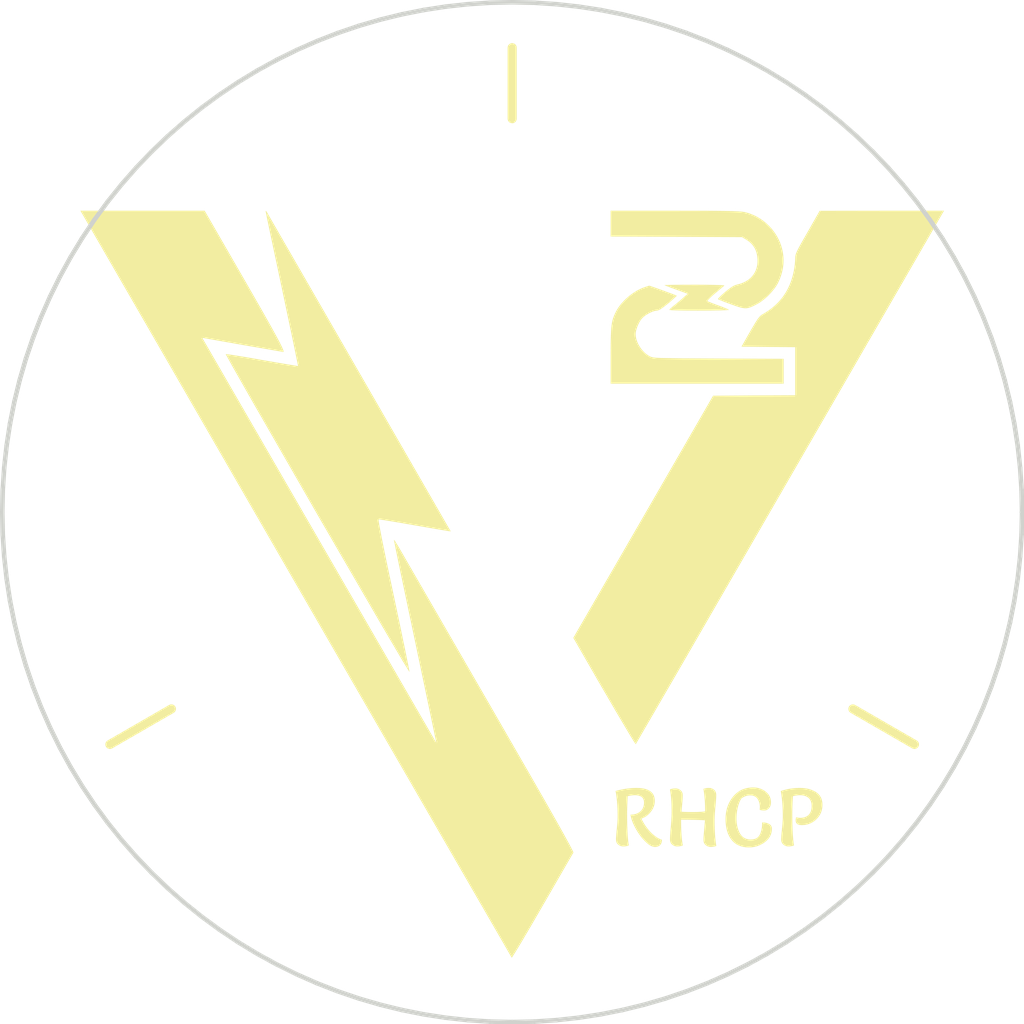
<source format=kicad_pcb>
(kicad_pcb (version 20221018) (generator pcbnew)

  (general
    (thickness 1.6)
  )

  (paper "A4")
  (layers
    (0 "F.Cu" signal)
    (31 "B.Cu" signal)
    (32 "B.Adhes" user "B.Adhesive")
    (33 "F.Adhes" user "F.Adhesive")
    (34 "B.Paste" user)
    (35 "F.Paste" user)
    (36 "B.SilkS" user "B.Silkscreen")
    (37 "F.SilkS" user "F.Silkscreen")
    (38 "B.Mask" user)
    (39 "F.Mask" user)
    (40 "Dwgs.User" user "User.Drawings")
    (41 "Cmts.User" user "User.Comments")
    (42 "Eco1.User" user "User.Eco1")
    (43 "Eco2.User" user "User.Eco2")
    (44 "Edge.Cuts" user)
  )

  (setup
    (pad_to_mask_clearance 0)
    (pcbplotparams
      (layerselection 0x0000020_7ffffffe)
      (plot_on_all_layers_selection 0x0000000_00000000)
      (disableapertmacros false)
      (usegerberextensions true)
      (usegerberattributes false)
      (usegerberadvancedattributes false)
      (creategerberjobfile false)
      (dashed_line_dash_ratio 12.000000)
      (dashed_line_gap_ratio 3.000000)
      (svgprecision 4)
      (plotframeref false)
      (viasonmask false)
      (mode 1)
      (useauxorigin false)
      (hpglpennumber 1)
      (hpglpenspeed 20)
      (hpglpendiameter 15.000000)
      (dxfpolygonmode true)
      (dxfimperialunits true)
      (dxfusepcbnewfont true)
      (psnegative false)
      (psa4output false)
      (plotreference true)
      (plotvalue false)
      (plotinvisibletext false)
      (sketchpadsonfab false)
      (subtractmaskfromsilk true)
      (outputformat 1)
      (mirror false)
      (drillshape 0)
      (scaleselection 1)
      (outputdirectory "C:/Users/ValerioMazzoni/Desktop/")
    )
  )

  (net 0 "")

  (gr_poly
    (pts
      (xy 3.7516 7.3438)
      (xy 3.7443 7.3463)
      (xy 3.7369 7.3485)
      (xy 3.7296 7.3506)
      (xy 3.7221 7.3526)
      (xy 3.7146 7.3544)
      (xy 3.707 7.356)
      (xy 3.6994 7.3574)
      (xy 3.6917 7.3587)
      (xy 3.684 7.3598)
      (xy 3.6762 7.3607)
      (xy 3.6684 7.3614)
      (xy 3.6604 7.362)
      (xy 3.6525 7.3625)
      (xy 3.6445 7.3627)
      (xy 3.6364 7.3628)
      (xy 3.6284 7.3626)
      (xy 3.6205 7.3622)
      (xy 3.6127 7.3613)
      (xy 3.6051 7.3602)
      (xy 3.5976 7.3588)
      (xy 3.5902 7.357)
      (xy 3.583 7.3549)
      (xy 3.5759 7.3524)
      (xy 3.5689 7.3497)
      (xy 3.5621 7.3466)
      (xy 3.5554 7.3432)
      (xy 3.5488 7.3395)
      (xy 3.5424 7.3355)
      (xy 3.5361 7.3311)
      (xy 3.5299 7.3264)
      (xy 3.5239 7.3214)
      (xy 3.5181 7.3161)
      (xy 3.5127 7.3106)
      (xy 3.5077 7.3048)
      (xy 3.503 7.2988)
      (xy 3.4987 7.2925)
      (xy 3.4948 7.286)
      (xy 3.4913 7.2793)
      (xy 3.4881 7.2724)
      (xy 3.4853 7.2651)
      (xy 3.4829 7.2577)
      (xy 3.4809 7.25)
      (xy 3.4792 7.2421)
      (xy 3.4779 7.2339)
      (xy 3.4769 7.2255)
      (xy 3.4764 7.2169)
      (xy 3.4762 7.208)
      (xy 3.4763 7.1985)
      (xy 3.4765 7.1879)
      (xy 3.4768 7.1763)
      (xy 3.4773 7.1637)
      (xy 3.478 7.1501)
      (xy 3.4787 7.1354)
      (xy 3.4796 7.1197)
      (xy 3.4807 7.1029)
      (xy 3.4819 7.0851)
      (xy 3.4832 7.0663)
      (xy 3.4847 7.0465)
      (xy 3.4863 7.0256)
      (xy 3.4881 7.0037)
      (xy 3.49 6.9807)
      (xy 3.492 6.9567)
      (xy 3.4942 6.9317)
      (xy 3.4964 6.9065)
      (xy 3.4984 6.8819)
      (xy 3.5003 6.858)
      (xy 3.5021 6.8347)
      (xy 3.5037 6.812)
      (xy 3.5052 6.79)
      (xy 3.5065 6.7686)
      (xy 3.5077 6.7479)
      (xy 3.5088 6.7278)
      (xy 3.5097 6.7083)
      (xy 3.5104 6.6895)
      (xy 3.5111 6.6713)
      (xy 3.5116 6.6538)
      (xy 3.5119 6.6369)
      (xy 3.5121 6.6206)
      (xy 3.5122 6.605)
      (xy 3.5121 6.5661)
      (xy 3.5116 6.5283)
      (xy 3.5109 6.4915)
      (xy 3.5098 6.4557)
      (xy 3.5085 6.421)
      (xy 3.5069 6.3872)
      (xy 3.505 6.3545)
      (xy 3.5028 6.3228)
      (xy 3.5002 6.2922)
      (xy 3.4974 6.2626)
      (xy 3.4943 6.234)
      (xy 3.4909 6.2064)
      (xy 3.4872 6.1799)
      (xy 3.4833 6.1544)
      (xy 3.479 6.1299)
      (xy 3.4744 6.1064)
      (xy 3.4816 6.1038)
      (xy 3.4889 6.1013)
      (xy 3.4963 6.0991)
      (xy 3.5037 6.097)
      (xy 3.5111 6.095)
      (xy 3.5186 6.0932)
      (xy 3.5262 6.0916)
      (xy 3.5338 6.0902)
      (xy 3.5415 6.0889)
      (xy 3.5492 6.0878)
      (xy 3.557 6.0869)
      (xy 3.5649 6.0862)
      (xy 3.5728 6.0856)
      (xy 3.5807 6.0851)
      (xy 3.5887 6.0849)
      (xy 3.5968 6.0848)
      (xy 3.6048 6.085)
      (xy 3.6127 6.0854)
      (xy 3.6205 6.0863)
      (xy 3.6281 6.0874)
      (xy 3.6356 6.0888)
      (xy 3.643 6.0906)
      (xy 3.6502 6.0927)
      (xy 3.6573 6.0952)
      (xy 3.6643 6.0979)
      (xy 3.6711 6.101)
      (xy 3.6778 6.1044)
      (xy 3.6844 6.1081)
      (xy 3.6908 6.1121)
      (xy 3.6971 6.1165)
      (xy 3.7033 6.1212)
      (xy 3.7093 6.1262)
      (xy 3.7151 6.1314)
      (xy 3.7205 6.1368)
      (xy 3.7255 6.1424)
      (xy 3.7302 6.1481)
      (xy 3.7345 6.1539)
      (xy 3.7384 6.1599)
      (xy 3.7419 6.166)
      (xy 3.7451 6.1723)
      (xy 3.7479 6.1788)
      (xy 3.7503 6.1853)
      (xy 3.7523 6.1921)
      (xy 3.754 6.1989)
      (xy 3.7553 6.206)
      (xy 3.7563 6.2131)
      (xy 3.7568 6.2204)
      (xy 3.757 6.2279)
      (xy 3.757 6.2354)
      (xy 3.7569 6.2429)
      (xy 3.7568 6.2504)
      (xy 3.7567 6.2578)
      (xy 3.7566 6.2651)
      (xy 3.7564 6.2725)
      (xy 3.7561 6.2798)
      (xy 3.7559 6.2871)
      (xy 3.7556 6.2943)
      (xy 3.7552 6.3015)
      (xy 3.7549 6.3087)
      (xy 3.7545 6.3158)
      (xy 3.754 6.3229)
      (xy 3.7536 6.33)
      (xy 3.753 6.337)
      (xy 3.7525 6.344)
      (xy 3.7519 6.351)
      (xy 3.7513 6.3582)
      (xy 3.7507 6.3655)
      (xy 3.7501 6.3729)
      (xy 3.7494 6.3805)
      (xy 3.7487 6.3881)
      (xy 3.748 6.3959)
      (xy 3.7473 6.4038)
      (xy 3.7466 6.4119)
      (xy 3.7458 6.4201)
      (xy 3.745 6.4284)
      (xy 3.7442 6.4368)
      (xy 3.7434 6.4454)
      (xy 3.7426 6.4541)
      (xy 3.7417 6.4629)
      (xy 3.7408 6.4718)
      (xy 3.7399 6.4807)
      (xy 3.7391 6.4895)
      (xy 3.7382 6.4982)
      (xy 3.7374 6.5067)
      (xy 3.7367 6.515)
      (xy 3.7359 6.5233)
      (xy 3.7352 6.5314)
      (xy 3.7345 6.5393)
      (xy 3.7338 6.5471)
      (xy 3.7332 6.5548)
      (xy 3.7326 6.5623)
      (xy 3.732 6.5697)
      (xy 3.7315 6.5769)
      (xy 3.731 6.584)
      (xy 3.7305 6.591)
      (xy 3.73 6.5978)
      (xy 3.7394 6.5987)
      (xy 3.7496 6.5995)
      (xy 3.7607 6.6002)
      (xy 3.7725 6.601)
      (xy 3.7852 6.6016)
      (xy 3.7987 6.6022)
      (xy 3.813 6.6027)
      (xy 3.8281 6.6032)
      (xy 3.844 6.6036)
      (xy 3.8608 6.604)
      (xy 3.8783 6.6043)
      (xy 3.8967 6.6045)
      (xy 3.9159 6.6047)
      (xy 3.9359 6.6049)
      (xy 3.9568 6.605)
      (xy 3.9784 6.605)
      (xy 4.0001 6.6049)
      (xy 4.0212 6.6048)
      (xy 4.0417 6.6045)
      (xy 4.0615 6.6041)
      (xy 4.0807 6.6036)
      (xy 4.0993 6.603)
      (xy 4.1172 6.6022)
      (xy 4.1346 6.6014)
      (xy 4.1512 6.6004)
      (xy 4.1673 6.5994)
      (xy 4.1827 6.5982)
      (xy 4.1974 6.5969)
      (xy 4.2116 6.5955)
      (xy 4.2251 6.594)
      (xy 4.238 6.5923)
      (xy 4.2502 6.5906)
      (xy 4.2501 6.5551)
      (xy 4.2496 6.5203)
      (xy 4.2489 6.486)
      (xy 4.2478 6.4523)
      (xy 4.2465 6.4193)
      (xy 4.2449 6.3868)
      (xy 4.243 6.355)
      (xy 4.2408 6.3237)
      (xy 4.2382 6.2931)
      (xy 4.2354 6.2631)
      (xy 4.2323 6.2337)
      (xy 4.2289 6.2048)
      (xy 4.2252 6.1766)
      (xy 4.2213 6.149)
      (xy 4.217 6.122)
      (xy 4.2124 6.0956)
      (xy 4.2196 6.093)
      (xy 4.2269 6.0905)
      (xy 4.2343 6.0883)
      (xy 4.2417 6.0862)
      (xy 4.2491 6.0842)
      (xy 4.2566 6.0824)
      (xy 4.2642 6.0808)
      (xy 4.2718 6.0794)
      (xy 4.2795 6.0781)
      (xy 4.2872 6.077)
      (xy 4.295 6.0761)
      (xy 4.3029 6.0754)
      (xy 4.3108 6.0748)
      (xy 4.3187 6.0743)
      (xy 4.3267 6.0741)
      (xy 4.3348 6.074)
      (xy 4.3428 6.0742)
      (xy 4.3507 6.0746)
      (xy 4.3585 6.0755)
      (xy 4.3661 6.0766)
      (xy 4.3736 6.078)
      (xy 4.381 6.0798)
      (xy 4.3882 6.0819)
      (xy 4.3953 6.0843)
      (xy 4.4023 6.0871)
      (xy 4.4091 6.0902)
      (xy 4.4158 6.0936)
      (xy 4.4224 6.0973)
      (xy 4.4288 6.1013)
      (xy 4.4351 6.1057)
      (xy 4.4413 6.1104)
      (xy 4.4473 6.1154)
      (xy 4.4531 6.1207)
      (xy 4.4585 6.1262)
      (xy 4.4635 6.132)
      (xy 4.4682 6.1381)
      (xy 4.4725 6.1444)
      (xy 4.4764 6.1509)
      (xy 4.4799 6.1577)
      (xy 4.4831 6.1647)
      (xy 4.4859 6.1719)
      (xy 4.4883 6.1795)
      (xy 4.4903 6.1872)
      (xy 4.492 6.1952)
      (xy 4.4933 6.2035)
      (xy 4.4943 6.212)
      (xy 4.4948 6.2207)
      (xy 4.495 6.2297)
      (xy 4.4949 6.2393)
      (xy 4.4947 6.2497)
      (xy 4.4944 6.261)
      (xy 4.4939 6.2732)
      (xy 4.4932 6.2862)
      (xy 4.4925 6.3002)
      (xy 4.4916 6.315)
      (xy 4.4905 6.3307)
      (xy 4.4893 6.3473)
      (xy 4.488 6.3648)
      (xy 4.4865 6.3831)
      (xy 4.4849 6.4023)
      (xy 4.4831 6.4224)
      (xy 4.4812 6.4434)
      (xy 4.4792 6.4653)
      (xy 4.477 6.488)
      (xy 4.4748 6.5109)
      (xy 4.4728 6.5332)
      (xy 4.4709 6.5549)
      (xy 4.4691 6.5761)
      (xy 4.4675 6.5967)
      (xy 4.466 6.6167)
      (xy 4.4647 6.6361)
      (xy 4.4635 6.655)
      (xy 4.4624 6.6732)
      (xy 4.4615 6.6909)
      (xy 4.4608 6.708)
      (xy 4.4601 6.7246)
      (xy 4.4596 6.7406)
      (xy 4.4593 6.7559)
      (xy 4.4591 6.7708)
      (xy 4.459 6.785)
      (xy 4.4591 6.8286)
      (xy 4.4596 6.871)
      (xy 4.4603 6.9124)
      (xy 4.4614 6.9527)
      (xy 4.4627 6.992)
      (xy 4.4643 7.0301)
      (xy 4.4662 7.0672)
      (xy 4.4685 7.1032)
      (xy 4.471 7.138)
      (xy 4.4738 7.1719)
      (xy 4.4769 7.2046)
      (xy 4.4803 7.2362)
      (xy 4.484 7.2668)
      (xy 4.4879 7.2963)
      (xy 4.4922 7.3247)
      (xy 4.4968 7.352)
      (xy 4.4896 7.3546)
      (xy 4.4823 7.3571)
      (xy 4.4749 7.3593)
      (xy 4.4676 7.3614)
      (xy 4.4601 7.3634)
      (xy 4.4526 7.3652)
      (xy 4.445 7.3668)
      (xy 4.4374 7.3682)
      (xy 4.4297 7.3695)
      (xy 4.422 7.3706)
      (xy 4.4142 7.3715)
      (xy 4.4064 7.3722)
      (xy 4.3984 7.3728)
      (xy 4.3905 7.3733)
      (xy 4.3825 7.3735)
      (xy 4.3744 7.3736)
      (xy 4.3664 7.3734)
      (xy 4.3585 7.373)
      (xy 4.3507 7.3721)
      (xy 4.3431 7.371)
      (xy 4.3356 7.3696)
      (xy 4.3282 7.3678)
      (xy 4.321 7.3657)
      (xy 4.3139 7.3632)
      (xy 4.3069 7.3605)
      (xy 4.3001 7.3574)
      (xy 4.2934 7.354)
      (xy 4.2868 7.3503)
      (xy 4.2804 7.3463)
      (xy 4.2741 7.3419)
      (xy 4.2679 7.3372)
      (xy 4.2619 7.3322)
      (xy 4.2561 7.3269)
      (xy 4.2507 7.3214)
      (xy 4.2457 7.3157)
      (xy 4.241 7.3098)
      (xy 4.2367 7.3037)
      (xy 4.2328 7.2974)
      (xy 4.2293 7.2908)
      (xy 4.2261 7.284)
      (xy 4.2233 7.2771)
      (xy 4.2209 7.2699)
      (xy 4.2189 7.2625)
      (xy 4.2172 7.2549)
      (xy 4.2159 7.2471)
      (xy 4.2149 7.2391)
      (xy 4.2144 7.2308)
      (xy 4.2142 7.2224)
      (xy 4.2143 7.2135)
      (xy 4.2144 7.204)
      (xy 4.2147 7.1937)
      (xy 4.2151 7.1828)
      (xy 4.2156 7.1712)
      (xy 4.2162 7.159)
      (xy 4.217 7.146)
      (xy 4.2178 7.1324)
      (xy 4.2188 7.1181)
      (xy 4.2198 7.1032)
      (xy 4.221 7.0875)
      (xy 4.2223 7.0712)
      (xy 4.2237 7.0542)
      (xy 4.2252 7.0366)
      (xy 4.2269 7.0182)
      (xy 4.2286 6.9992)
      (xy 4.2304 6.9802)
      (xy 4.232 6.962)
      (xy 4.2336 6.9446)
      (xy 4.2351 6.9279)
      (xy 4.2365 6.9119)
      (xy 4.2379 6.8968)
      (xy 4.2391 6.8824)
      (xy 4.2403 6.8687)
      (xy 4.2414 6.8558)
      (xy 4.2424 6.8437)
      (xy 4.2433 6.8323)
      (xy 4.2441 6.8217)
      (xy 4.2449 6.8118)
      (xy 4.2455 6.8027)
      (xy 4.2461 6.7944)
      (xy 4.2466 6.7868)
      (xy 4.2239 6.7853)
      (xy 4.1998 6.7838)
      (xy 4.1744 6.7825)
      (xy 4.1476 6.7813)
      (xy 4.1195 6.7802)
      (xy 4.09 6.7791)
      (xy 4.0592 6.7782)
      (xy 4.027 6.7774)
      (xy 3.9935 6.7766)
      (xy 3.9586 6.776)
      (xy 3.9224 6.7754)
      (xy 3.8848 6.775)
      (xy 3.8459 6.7746)
      (xy 3.8056 6.7744)
      (xy 3.764 6.7742)
      (xy 3.721 6.7742)
      (xy 3.721 6.7771)
      (xy 3.721 6.78)
      (xy 3.721 6.783)
      (xy 3.721 6.7859)
      (xy 3.721 6.7888)
      (xy 3.721 6.7918)
      (xy 3.721 6.7947)
      (xy 3.721 6.7976)
      (xy 3.721 6.8005)
      (xy 3.721 6.8034)
      (xy 3.721 6.8064)
      (xy 3.721 6.8093)
      (xy 3.721 6.8122)
      (xy 3.721 6.8152)
      (xy 3.721 6.8181)
      (xy 3.721 6.821)
      (xy 3.7211 6.8604)
      (xy 3.7216 6.8988)
      (xy 3.7223 6.9364)
      (xy 3.7234 6.973)
      (xy 3.7247 7.0087)
      (xy 3.7263 7.0435)
      (xy 3.7282 7.0774)
      (xy 3.7305 7.1104)
      (xy 3.733 7.1424)
      (xy 3.7358 7.1735)
      (xy 3.7389 7.2038)
      (xy 3.7423 7.2331)
      (xy 3.746 7.2615)
      (xy 3.7499 7.289)
      (xy 3.7542 7.3155)
      (xy 3.7588 7.3412)
    )

    (stroke (width 0) (type solid)) (fill solid) (layer "F.SilkS") (tstamp 156b7ae2-f691-47a5-a3ed-a872c9030034))
  (gr_poly
    (pts
      (xy -5.424105 -6.634841)
      (xy -5.423429 -6.634692)
      (xy -5.422716 -6.634444)
      (xy -5.421967 -6.634097)
      (xy -5.421182 -6.63365)
      (xy -5.420362 -6.633104)
      (xy -5.419508 -6.632459)
      (xy -5.41862 -6.631715)
      (xy -5.4177 -6.630872)
      (xy -5.416749 -6.629929)
      (xy -5.415766 -6.628888)
      (xy -5.414753 -6.627747)
      (xy -5.412639 -6.625167)
      (xy -5.410414 -6.622191)
      (xy -5.408083 -6.618817)
      (xy -1.35255 0.423333)
      (xy -1.369277 0.421948)
      (xy -1.41572 0.415032)
      (xy -1.584855 0.387085)
      (xy -2.137834 0.292099)
      (xy -2.442997 0.238819)
      (xy -2.696369 0.196056)
      (xy -2.871556 0.167977)
      (xy -2.921583 0.160746)
      (xy -2.942167 0.15875)
      (xy -2.941518 0.187965)
      (xy -2.92864 0.271429)
      (xy -2.86729 0.595047)
      (xy -2.760299 1.1175)
      (xy -2.60985 1.826682)
      (xy -2.472829 2.475011)
      (xy -2.361406 3.011222)
      (xy -2.286893 3.379555)
      (xy -2.267012 3.483342)
      (xy -2.2606 3.524249)
      (xy -2.422161 3.261848)
      (xy -2.859352 2.518832)
      (xy -4.294716 0.046565)
      (xy -5.722938 -2.43893)
      (xy -6.154473 -3.197887)
      (xy -6.309784 -3.4798)
      (xy -6.291292 -3.479987)
      (xy -6.242811 -3.474542)
      (xy -6.069277 -3.448845)
      (xy -5.815972 -3.406875)
      (xy -5.509683 -3.352801)
      (xy -5.202899 -3.29952)
      (xy -4.950883 -3.256757)
      (xy -4.77983 -3.228678)
      (xy -4.73285 -3.221448)
      (xy -4.715933 -3.219451)
      (xy -4.818062 -3.718455)
      (xy -5.069417 -4.912784)
      (xy -5.323946 -6.111082)
      (xy -5.401006 -6.48173)
      (xy -5.42925 -6.625167)
      (xy -5.429226 -6.626506)
      (xy -5.429152 -6.627747)
      (xy -5.42903 -6.628888)
      (xy -5.428862 -6.62993)
      (xy -5.428646 -6.630872)
      (xy -5.428385 -6.631715)
      (xy -5.428079 -6.63246)
      (xy -5.427729 -6.633104)
      (xy -5.427335 -6.63365)
      (xy -5.426899 -6.634097)
      (xy -5.426421 -6.634444)
      (xy -5.425901 -6.634692)
      (xy -5.425342 -6.634841)
      (xy -5.424743 -6.63489)
    )

    (stroke (width 0) (type solid)) (fill solid) (layer "F.SilkS") (tstamp 1824ecb8-4d93-4d63-ae1c-792db5b74507))
  (gr_poly
    (pts
      (xy -5.9182 -5.1562)
      (xy -5.666457 -4.717984)
      (xy -5.462786 -4.360731)
      (xy -5.303466 -4.077494)
      (xy -5.239274 -3.961462)
      (xy -5.184775 -3.86133)
      (xy -5.139503 -3.776229)
      (xy -5.102994 -3.705292)
      (xy -5.074782 -3.64765)
      (xy -5.054402 -3.602435)
      (xy -5.041388 -3.568779)
      (xy -5.037499 -3.556015)
      (xy -5.035277 -3.545814)
      (xy -5.034664 -3.53807)
      (xy -5.035603 -3.532672)
      (xy -5.038034 -3.529513)
      (xy -5.0419 -3.528484)
      (xy -5.904177 -3.676915)
      (xy -6.790267 -3.833283)
      (xy -6.79204 -3.833662)
      (xy -6.793785 -3.834003)
      (xy -6.795501 -3.834308)
      (xy -6.797183 -3.834578)
      (xy -6.79883 -3.834811)
      (xy -6.800438 -3.835009)
      (xy -6.802005 -3.835172)
      (xy -6.803529 -3.835301)
      (xy -6.805006 -3.835396)
      (xy -6.806434 -3.835457)
      (xy -6.807809 -3.835484)
      (xy -6.809131 -3.835479)
      (xy -6.810394 -3.835441)
      (xy -6.811598 -3.835371)
      (xy -6.812739 -3.835269)
      (xy -6.813815 -3.835136)
      (xy -6.814822 -3.834972)
      (xy -6.815758 -3.834777)
      (xy -6.816621 -3.834552)
      (xy -6.817407 -3.834297)
      (xy -6.818114 -3.834012)
      (xy -6.81874 -3.833699)
      (xy -6.819281 -3.833357)
      (xy -6.819735 -3.832986)
      (xy -6.820099 -3.832588)
      (xy -6.82037 -3.832162)
      (xy -6.820546 -3.831709)
      (xy -6.820624 -3.831229)
      (xy -6.820601 -3.830723)
      (xy -6.820474 -3.830191)
      (xy -6.820242 -3.829634)
      (xy -6.8199 -3.829051)
      (xy -1.670051 5.082116)
      (xy -2.13995 2.844799)
      (xy -2.472002 1.266295)
      (xy -2.571254 0.784423)
      (xy -2.605617 0.605366)
      (xy -2.605041 0.605283)
      (xy -2.604116 0.605818)
      (xy -2.601251 0.608682)
      (xy -2.591726 0.621175)
      (xy -2.577637 0.641903)
      (xy -2.559579 0.669924)
      (xy -2.513939 0.744074)
      (xy -2.459567 0.836083)
      (xy -0.47625 4.271432)
      (xy 0.38778 5.771752)
      (xy 0.705854 6.327493)
      (xy 0.954352 6.764866)
      (xy 1.13806 7.092304)
      (xy 1.261765 7.318241)
      (xy 1.330255 7.451112)
      (xy 1.34529 7.485282)
      (xy 1.348267 7.494762)
      (xy 1.348317 7.499348)
      (xy 0.666749 8.680449)
      (xy 0.408516 9.125577)
      (xy 0.194733 9.487163)
      (xy 0.111456 9.625156)
      (xy 0.047625 9.728497)
      (xy 0.006019 9.792596)
      (xy -0.005582 9.808496)
      (xy -0.008929 9.812158)
      (xy -0.010584 9.812865)
      (xy -3.725333 3.382432)
      (xy -8.468783 -4.836585)
      (xy -9.510183 -6.639984)
      (xy -6.773333 -6.639984)
    )

    (stroke (width 0) (type solid)) (fill solid) (layer "F.SilkS") (tstamp 4163c7ad-a94b-4594-9682-f6fd0a5b2b47))
  (gr_line (start 8.8606 5.1157) (end 7.5058 4.3335)
    (stroke (width 0.2) (type solid)) (layer "F.SilkS") (tstamp 41fa18e9-2b39-478f-ad0a-4ac4c0a4f2f4))
  (gr_poly
    (pts
      (xy 5.3294 6.0636)
      (xy 5.3485 6.0646)
      (xy 5.3673 6.0664)
      (xy 5.3858 6.0689)
      (xy 5.404 6.0722)
      (xy 5.4219 6.0761)
      (xy 5.4394 6.0808)
      (xy 5.4567 6.0862)
      (xy 5.4736 6.0922)
      (xy 5.4903 6.0991)
      (xy 5.5066 6.1066)
      (xy 5.5226 6.1148)
      (xy 5.5383 6.1238)
      (xy 5.5537 6.1335)
      (xy 5.5688 6.1439)
      (xy 5.5836 6.155)
      (xy 5.5978 6.1667)
      (xy 5.611 6.1788)
      (xy 5.6234 6.1913)
      (xy 5.6348 6.2043)
      (xy 5.6453 6.2176)
      (xy 5.6549 6.2314)
      (xy 5.6636 6.2457)
      (xy 5.6714 6.2603)
      (xy 5.6782 6.2754)
      (xy 5.6841 6.2908)
      (xy 5.6892 6.3067)
      (xy 5.6933 6.3231)
      (xy 5.6965 6.3398)
      (xy 5.6988 6.357)
      (xy 5.7001 6.3746)
      (xy 5.7006 6.3926)
      (xy 5.7004 6.4022)
      (xy 5.6999 6.4115)
      (xy 5.6991 6.4207)
      (xy 5.6979 6.4296)
      (xy 5.6964 6.4383)
      (xy 5.6945 6.4469)
      (xy 5.6923 6.4552)
      (xy 5.6898 6.4632)
      (xy 5.6869 6.4711)
      (xy 5.6837 6.4788)
      (xy 5.6802 6.4863)
      (xy 5.6763 6.4935)
      (xy 5.6721 6.5006)
      (xy 5.6675 6.5074)
      (xy 5.6626 6.514)
      (xy 5.6574 6.5204)
      (xy 5.6519 6.5265)
      (xy 5.6463 6.5322)
      (xy 5.6405 6.5375)
      (xy 5.6346 6.5424)
      (xy 5.6285 6.547)
      (xy 5.6222 6.5511)
      (xy 5.6158 6.5549)
      (xy 5.6093 6.5582)
      (xy 5.6025 6.5612)
      (xy 5.5957 6.5637)
      (xy 5.5886 6.5659)
      (xy 5.5815 6.5676)
      (xy 5.5741 6.569)
      (xy 5.5666 6.57)
      (xy 5.559 6.5706)
      (xy 5.5512 6.5708)
      (xy 5.5434 6.5707)
      (xy 5.5358 6.5705)
      (xy 5.5285 6.5702)
      (xy 5.5213 6.5698)
      (xy 5.5143 6.5692)
      (xy 5.5075 6.5685)
      (xy 5.5009 6.5677)
      (xy 5.4945 6.5668)
      (xy 5.4883 6.5657)
      (xy 5.4823 6.5645)
      (xy 5.4765 6.5631)
      (xy 5.4709 6.5617)
      (xy 5.4655 6.5601)
      (xy 5.4602 6.5584)
      (xy 5.4552 6.5566)
      (xy 5.4504 6.5546)
      (xy 5.4511 6.551)
      (xy 5.4517 6.5473)
      (xy 5.4522 6.5437)
      (xy 5.4528 6.54)
      (xy 5.4532 6.5362)
      (xy 5.4537 6.5325)
      (xy 5.4541 6.5287)
      (xy 5.4545 6.5249)
      (xy 5.4548 6.5211)
      (xy 5.455 6.5172)
      (xy 5.4553 6.5133)
      (xy 5.4555 6.5094)
      (xy 5.4556 6.5054)
      (xy 5.4557 6.5014)
      (xy 5.4558 6.4974)
      (xy 5.4558 6.4934)
      (xy 5.4554 6.4794)
      (xy 5.4545 6.4657)
      (xy 5.4533 6.4524)
      (xy 5.4516 6.4393)
      (xy 5.4496 6.4267)
      (xy 5.4471 6.4143)
      (xy 5.4442 6.4023)
      (xy 5.4409 6.3906)
      (xy 5.4373 6.3792)
      (xy 5.4332 6.3682)
      (xy 5.4287 6.3575)
      (xy 5.4237 6.3471)
      (xy 5.4184 6.337)
      (xy 5.4127 6.3273)
      (xy 5.4065 6.318)
      (xy 5.4 6.3089)
      (xy 5.3931 6.3003)
      (xy 5.3857 6.2922)
      (xy 5.378 6.2847)
      (xy 5.3699 6.2778)
      (xy 5.3614 6.2714)
      (xy 5.3525 6.2656)
      (xy 5.3433 6.2603)
      (xy 5.3336 6.2556)
      (xy 5.3236 6.2514)
      (xy 5.3132 6.2478)
      (xy 5.3024 6.2447)
      (xy 5.2912 6.2422)
      (xy 5.2796 6.2403)
      (xy 5.2676 6.2389)
      (xy 5.2552 6.2381)
      (xy 5.2425 6.2378)
      (xy 5.2296 6.2381)
      (xy 5.2169 6.2388)
      (xy 5.2042 6.2401)
      (xy 5.1917 6.242)
      (xy 5.1793 6.2443)
      (xy 5.167 6.2472)
      (xy 5.1549 6.2505)
      (xy 5.1428 6.2544)
      (xy 5.1309 6.2589)
      (xy 5.1191 6.2638)
      (xy 5.1074 6.2693)
      (xy 5.0959 6.2753)
      (xy 5.0844 6.2818)
      (xy 5.0731 6.2888)
      (xy 5.0619 6.2963)
      (xy 5.0508 6.3044)
      (xy 5.0444 6.314)
      (xy 5.0381 6.324)
      (xy 5.032 6.3344)
      (xy 5.0262 6.3451)
      (xy 5.0205 6.3562)
      (xy 5.0149 6.3677)
      (xy 5.0096 6.3795)
      (xy 5.0045 6.3917)
      (xy 4.9995 6.4043)
      (xy 4.9947 6.4172)
      (xy 4.9901 6.4305)
      (xy 4.9857 6.4441)
      (xy 4.9814 6.4581)
      (xy 4.9774 6.4725)
      (xy 4.9735 6.4873)
      (xy 4.9698 6.5024)
      (xy 4.9663 6.5177)
      (xy 4.9631 6.5329)
      (xy 4.96 6.5482)
      (xy 4.9572 6.5634)
      (xy 4.9546 6.5785)
      (xy 4.9523 6.5937)
      (xy 4.9501 6.6088)
      (xy 4.9482 6.6239)
      (xy 4.9465 6.639)
      (xy 4.9451 6.654)
      (xy 4.9438 6.669)
      (xy 4.9428 6.684)
      (xy 4.942 6.6989)
      (xy 4.9415 6.7138)
      (xy 4.9411 6.7287)
      (xy 4.941 6.7436)
      (xy 4.9413 6.7681)
      (xy 4.9422 6.7921)
      (xy 4.9437 6.8156)
      (xy 4.9458 6.8386)
      (xy 4.9485 6.8611)
      (xy 4.9518 6.8831)
      (xy 4.9556 6.9046)
      (xy 4.9601 6.9256)
      (xy 4.9652 6.9461)
      (xy 4.9709 6.9661)
      (xy 4.9772 6.9856)
      (xy 4.984 7.0047)
      (xy 4.9915 7.0232)
      (xy 4.9996 7.0412)
      (xy 5.0082 7.0587)
      (xy 5.0175 7.0757)
      (xy 5.0274 7.0919)
      (xy 5.038 7.1071)
      (xy 5.0492 7.1213)
      (xy 5.0611 7.1344)
      (xy 5.0737 7.1464)
      (xy 5.0869 7.1574)
      (xy 5.1008 7.1674)
      (xy 5.1154 7.1763)
      (xy 5.1306 7.1841)
      (xy 5.1465 7.1909)
      (xy 5.1631 7.1967)
      (xy 5.1803 7.2014)
      (xy 5.1983 7.2051)
      (xy 5.2168 7.2077)
      (xy 5.2361 7.2093)
      (xy 5.256 7.2098)
      (xy 5.2743 7.2094)
      (xy 5.2918 7.208)
      (xy 5.3086 7.2058)
      (xy 5.3246 7.2027)
      (xy 5.3399 7.1987)
      (xy 5.3544 7.1939)
      (xy 5.3681 7.1881)
      (xy 5.3811 7.1814)
      (xy 5.3933 7.1739)
      (xy 5.4048 7.1655)
      (xy 5.4155 7.1562)
      (xy 5.4254 7.146)
      (xy 5.4346 7.1349)
      (xy 5.443 7.123)
      (xy 5.4507 7.1101)
      (xy 5.4576 7.0964)
      (xy 5.4635 7.0838)
      (xy 5.469 7.0706)
      (xy 5.4741 7.057)
      (xy 5.4789 7.0428)
      (xy 5.4832 7.0282)
      (xy 5.4872 7.013)
      (xy 5.4908 6.9974)
      (xy 5.4941 6.9812)
      (xy 5.4969 6.9645)
      (xy 5.4994 6.9473)
      (xy 5.5015 6.9296)
      (xy 5.5032 6.9114)
      (xy 5.5045 6.8927)
      (xy 5.5054 6.8735)
      (xy 5.506 6.8538)
      (xy 5.5062 6.8336)
      (xy 5.5176 6.8337)
      (xy 5.5287 6.8341)
      (xy 5.5395 6.8348)
      (xy 5.5502 6.8357)
      (xy 5.5606 6.8369)
      (xy 5.5707 6.8383)
      (xy 5.5807 6.84)
      (xy 5.5903 6.8419)
      (xy 5.5998 6.8441)
      (xy 5.609 6.8466)
      (xy 5.618 6.8493)
      (xy 5.6267 6.8523)
      (xy 5.6352 6.8556)
      (xy 5.6434 6.8591)
      (xy 5.6514 6.8629)
      (xy 5.6592 6.8669)
      (xy 5.6666 6.8712)
      (xy 5.6735 6.8759)
      (xy 5.68 6.8809)
      (xy 5.686 6.8862)
      (xy 5.6915 6.8918)
      (xy 5.6965 6.8978)
      (xy 5.701 6.9041)
      (xy 5.7051 6.9108)
      (xy 5.7087 6.9177)
      (xy 5.7118 6.925)
      (xy 5.7144 6.9327)
      (xy 5.7166 6.9406)
      (xy 5.7182 6.9489)
      (xy 5.7194 6.9576)
      (xy 5.7202 6.9665)
      (xy 5.7204 6.9758)
      (xy 5.7198 6.9976)
      (xy 5.718 7.019)
      (xy 5.715 7.0398)
      (xy 5.7107 7.0602)
      (xy 5.7053 7.0802)
      (xy 5.6986 7.0996)
      (xy 5.6908 7.1186)
      (xy 5.6817 7.1371)
      (xy 5.6714 7.1552)
      (xy 5.6599 7.1727)
      (xy 5.6472 7.1898)
      (xy 5.6333 7.2065)
      (xy 5.6182 7.2226)
      (xy 5.6019 7.2383)
      (xy 5.5843 7.2536)
      (xy 5.5656 7.2683)
      (xy 5.5461 7.2824)
      (xy 5.5263 7.2955)
      (xy 5.5062 7.3078)
      (xy 5.4857 7.3191)
      (xy 5.465 7.3295)
      (xy 5.4439 7.339)
      (xy 5.4226 7.3477)
      (xy 5.4009 7.3554)
      (xy 5.3789 7.3622)
      (xy 5.3566 7.3681)
      (xy 5.334 7.3731)
      (xy 5.3111 7.3771)
      (xy 5.2879 7.3803)
      (xy 5.2644 7.3826)
      (xy 5.2405 7.3839)
      (xy 5.2164 7.3844)
      (xy 5.1852 7.3837)
      (xy 5.1549 7.3818)
      (xy 5.1255 7.3785)
      (xy 5.0972 7.3739)
      (xy 5.0697 7.368)
      (xy 5.0433 7.3607)
      (xy 5.0178 7.3522)
      (xy 4.9932 7.3423)
      (xy 4.9696 7.3311)
      (xy 4.947 7.3187)
      (xy 4.9253 7.3049)
      (xy 4.9046 7.2897)
      (xy 4.8848 7.2733)
      (xy 4.866 7.2555)
      (xy 4.8481 7.2365)
      (xy 4.8312 7.2161)
      (xy 4.8153 7.1946)
      (xy 4.8004 7.1722)
      (xy 4.7865 7.1488)
      (xy 4.7737 7.1245)
      (xy 4.7619 7.0992)
      (xy 4.7511 7.073)
      (xy 4.7414 7.0459)
      (xy 4.7327 7.0179)
      (xy 4.725 6.9889)
      (xy 4.7183 6.959)
      (xy 4.7126 6.9281)
      (xy 4.708 6.8963)
      (xy 4.7044 6.8636)
      (xy 4.7019 6.8299)
      (xy 4.7003 6.7953)
      (xy 4.6998 6.7598)
      (xy 4.7004 6.7241)
      (xy 4.7024 6.6891)
      (xy 4.7056 6.6547)
      (xy 4.7101 6.621)
      (xy 4.7159 6.588)
      (xy 4.723 6.5556)
      (xy 4.7313 6.5238)
      (xy 4.741 6.4927)
      (xy 4.7519 6.4623)
      (xy 4.7641 6.4325)
      (xy 4.7776 6.4034)
      (xy 4.7924 6.3749)
      (xy 4.8085 6.3471)
      (xy 4.8259 6.3199)
      (xy 4.8446 6.2934)
      (xy 4.8645 6.2675)
      (xy 4.8855 6.2428)
      (xy 4.9075 6.2196)
      (xy 4.9303 6.1981)
      (xy 4.9541 6.1781)
      (xy 4.9788 6.1598)
      (xy 5.0044 6.143)
      (xy 5.0308 6.1278)
      (xy 5.0582 6.1143)
      (xy 5.0865 6.1023)
      (xy 5.1157 6.0919)
      (xy 5.1458 6.0832)
      (xy 5.1769 6.076)
      (xy 5.2088 6.0704)
      (xy 5.2416 6.0664)
      (xy 5.2754 6.064)
      (xy 5.31 6.0632)
    )

    (stroke (width 0) (type solid)) (fill solid) (layer "F.SilkS") (tstamp 55b65a5e-3bd2-411e-8420-39bf81fe8d22))
  (gr_line (start -8.8606 5.1157) (end -7.5058 4.3335)
    (stroke (width 0.2) (type solid)) (layer "F.SilkS") (tstamp 738fba40-90b7-4fc4-bc90-0e6e408352f3))
  (gr_poly
    (pts
      (xy 2.8569 6.772)
      (xy 2.8675 6.7929)
      (xy 2.8785 6.8134)
      (xy 2.8898 6.8336)
      (xy 2.9014 6.8535)
      (xy 2.9134 6.873)
      (xy 2.9257 6.8922)
      (xy 2.9384 6.911)
      (xy 2.9514 6.9295)
      (xy 2.9647 6.9477)
      (xy 2.9784 6.9655)
      (xy 2.9924 6.983)
      (xy 3.0067 7.0002)
      (xy 3.0214 7.017)
      (xy 3.0364 7.0335)
      (xy 3.0518 7.0496)
      (xy 3.0673 7.0652)
      (xy 3.0828 7.0801)
      (xy 3.0983 7.0944)
      (xy 3.1138 7.1079)
      (xy 3.1292 7.1207)
      (xy 3.1447 7.1328)
      (xy 3.1601 7.1442)
      (xy 3.1756 7.1549)
      (xy 3.191 7.1649)
      (xy 3.2063 7.1742)
      (xy 3.2217 7.1828)
      (xy 3.2371 7.1907)
      (xy 3.2524 7.1979)
      (xy 3.2678 7.2043)
      (xy 3.2831 7.2101)
      (xy 3.2984 7.2152)
      (xy 3.2982 7.2245)
      (xy 3.2978 7.2336)
      (xy 3.297 7.2423)
      (xy 3.2959 7.2509)
      (xy 3.2945 7.2591)
      (xy 3.2928 7.2671)
      (xy 3.2908 7.2748)
      (xy 3.2885 7.2822)
      (xy 3.2859 7.2894)
      (xy 3.2829 7.2963)
      (xy 3.2797 7.303)
      (xy 3.2761 7.3094)
      (xy 3.2723 7.3155)
      (xy 3.2681 7.3213)
      (xy 3.2636 7.3269)
      (xy 3.2588 7.3322)
      (xy 3.2537 7.3372)
      (xy 3.2484 7.3419)
      (xy 3.2427 7.3463)
      (xy 3.2369 7.3503)
      (xy 3.2307 7.354)
      (xy 3.2243 7.3574)
      (xy 3.2176 7.3605)
      (xy 3.2107 7.3632)
      (xy 3.2034 7.3657)
      (xy 3.1959 7.3678)
      (xy 3.1882 7.3696)
      (xy 3.1802 7.371)
      (xy 3.1719 7.3721)
      (xy 3.1633 7.373)
      (xy 3.1545 7.3734)
      (xy 3.1454 7.3736)
      (xy 3.1334 7.3731)
      (xy 3.1211 7.3717)
      (xy 3.1087 7.3693)
      (xy 3.096 7.3659)
      (xy 3.0831 7.3616)
      (xy 3.0701 7.3563)
      (xy 3.0568 7.35)
      (xy 3.0433 7.3428)
      (xy 3.0295 7.3346)
      (xy 3.0156 7.3254)
      (xy 3.0015 7.3153)
      (xy 2.9871 7.3042)
      (xy 2.9726 7.2922)
      (xy 2.9578 7.2792)
      (xy 2.9428 7.2652)
      (xy 2.9276 7.2503)
      (xy 2.9124 7.2347)
      (xy 2.8975 7.2188)
      (xy 2.8828 7.2025)
      (xy 2.8684 7.1858)
      (xy 2.8542 7.1688)
      (xy 2.8402 7.1515)
      (xy 2.8265 7.1338)
      (xy 2.8131 7.1158)
      (xy 2.7999 7.0973)
      (xy 2.7869 7.0786)
      (xy 2.7742 7.0595)
      (xy 2.7617 7.04)
      (xy 2.7495 7.0202)
      (xy 2.7375 7.0001)
      (xy 2.7258 6.9796)
      (xy 2.7143 6.9587)
      (xy 2.7032 6.9378)
      (xy 2.6927 6.9173)
      (xy 2.6828 6.897)
      (xy 2.6735 6.8771)
      (xy 2.6648 6.8575)
      (xy 2.6566 6.8382)
      (xy 2.6491 6.8192)
      (xy 2.6421 6.8005)
      (xy 2.6357 6.7822)
      (xy 2.6299 6.7641)
      (xy 2.6246 6.7464)
      (xy 2.62 6.729)
      (xy 2.6159 6.7119)
      (xy 2.6124 6.6952)
      (xy 2.6095 6.6787)
      (xy 2.6072 6.6626)
      (xy 2.6232 6.6623)
      (xy 2.6389 6.6615)
      (xy 2.6542 6.6602)
      (xy 2.6691 6.6583)
      (xy 2.6837 6.6558)
      (xy 2.6979 6.6529)
      (xy 2.7118 6.6493)
      (xy 2.7253 6.6453)
      (xy 2.7385 6.6407)
      (xy 2.7513 6.6355)
      (xy 2.7637 6.6298)
      (xy 2.7758 6.6236)
      (xy 2.7875 6.6169)
      (xy 2.7989 6.6095)
      (xy 2.8099 6.6017)
      (xy 2.8205 6.5933)
      (xy 2.8306 6.5844)
      (xy 2.8401 6.5751)
      (xy 2.8489 6.5653)
      (xy 2.8571 6.555)
      (xy 2.8646 6.5443)
      (xy 2.8715 6.5331)
      (xy 2.8777 6.5215)
      (xy 2.8833 6.5094)
      (xy 2.8882 6.4968)
      (xy 2.8924 6.4838)
      (xy 2.896 6.4704)
      (xy 2.899 6.4564)
      (xy 2.9013 6.4421)
      (xy 2.9029 6.4272)
      (xy 2.9039 6.4119)
      (xy 2.9042 6.3962)
      (xy 2.9034 6.3766)
      (xy 2.9011 6.3582)
      (xy 2.8971 6.3411)
      (xy 2.8916 6.3253)
      (xy 2.8845 6.3108)
      (xy 2.8759 6.2975)
      (xy 2.8656 6.2855)
      (xy 2.8538 6.2747)
      (xy 2.8404 6.2652)
      (xy 2.8255 6.257)
      (xy 2.8089 6.25)
      (xy 2.7908 6.2443)
      (xy 2.7711 6.2399)
      (xy 2.7499 6.2367)
      (xy 2.727 6.2348)
      (xy 2.7026 6.2342)
      (xy 2.6944 6.2343)
      (xy 2.6859 6.2345)
      (xy 2.6773 6.235)
      (xy 2.6684 6.2356)
      (xy 2.6593 6.2363)
      (xy 2.6499 6.2372)
      (xy 2.6404 6.2383)
      (xy 2.6306 6.2396)
      (xy 2.6206 6.241)
      (xy 2.6104 6.2426)
      (xy 2.5999 6.2444)
      (xy 2.5892 6.2464)
      (xy 2.5783 6.2485)
      (xy 2.5672 6.2507)
      (xy 2.5558 6.2532)
      (xy 2.5442 6.2558)
      (xy 2.5427 6.2858)
      (xy 2.5412 6.3151)
      (xy 2.5399 6.3436)
      (xy 2.5387 6.3714)
      (xy 2.5376 6.3985)
      (xy 2.5365 6.4249)
      (xy 2.5356 6.4505)
      (xy 2.5347 6.4754)
      (xy 2.534 6.4996)
      (xy 2.5334 6.523)
      (xy 2.5328 6.5457)
      (xy 2.5324 6.5676)
      (xy 2.532 6.5889)
      (xy 2.5318 6.6094)
      (xy 2.5316 6.6292)
      (xy 2.5316 6.6482)
      (xy 2.5317 6.707)
      (xy 2.5322 6.7638)
      (xy 2.5329 6.8184)
      (xy 2.534 6.8711)
      (xy 2.5353 6.9216)
      (xy 2.5369 6.9701)
      (xy 2.5388 7.0165)
      (xy 2.5411 7.0608)
      (xy 2.5436 7.1031)
      (xy 2.5464 7.1433)
      (xy 2.5495 7.1815)
      (xy 2.5529 7.2176)
      (xy 2.5566 7.2516)
      (xy 2.5605 7.2835)
      (xy 2.5648 7.3134)
      (xy 2.5694 7.3412)
      (xy 2.5622 7.3438)
      (xy 2.5549 7.3463)
      (xy 2.5475 7.3485)
      (xy 2.5402 7.3506)
      (xy 2.5327 7.3526)
      (xy 2.5252 7.3544)
      (xy 2.5176 7.356)
      (xy 2.51 7.3574)
      (xy 2.5023 7.3587)
      (xy 2.4946 7.3598)
      (xy 2.4868 7.3607)
      (xy 2.479 7.3614)
      (xy 2.471 7.362)
      (xy 2.4631 7.3625)
      (xy 2.4551 7.3627)
      (xy 2.447 7.3628)
      (xy 2.439 7.3626)
      (xy 2.4311 7.3622)
      (xy 2.4233 7.3613)
      (xy 2.4157 7.3602)
      (xy 2.4082 7.3588)
      (xy 2.4008 7.357)
      (xy 2.3936 7.3549)
      (xy 2.3865 7.3524)
      (xy 2.3795 7.3497)
      (xy 2.3727 7.3466)
      (xy 2.366 7.3432)
      (xy 2.3594 7.3395)
      (xy 2.353 7.3355)
      (xy 2.3467 7.3311)
      (xy 2.3405 7.3264)
      (xy 2.3345 7.3214)
      (xy 2.3287 7.3161)
      (xy 2.3233 7.3106)
      (xy 2.3183 7.3049)
      (xy 2.3136 7.299)
      (xy 2.3093 7.2929)
      (xy 2.3054 7.2866)
      (xy 2.3019 7.28)
      (xy 2.2987 7.2732)
      (xy 2.2959 7.2663)
      (xy 2.2935 7.2591)
      (xy 2.2915 7.2517)
      (xy 2.2898 7.2441)
      (xy 2.2885 7.2363)
      (xy 2.2875 7.2283)
      (xy 2.287 7.22)
      (xy 2.2868 7.2116)
      (xy 2.2869 7.2027)
      (xy 2.2871 7.1929)
      (xy 2.2874 7.1824)
      (xy 2.2879 7.171)
      (xy 2.2886 7.1589)
      (xy 2.2893 7.146)
      (xy 2.2902 7.1323)
      (xy 2.2913 7.1178)
      (xy 2.2925 7.1025)
      (xy 2.2938 7.0864)
      (xy 2.2953 7.0695)
      (xy 2.2969 7.0518)
      (xy 2.2987 7.0333)
      (xy 2.3006 7.014)
      (xy 2.3026 6.994)
      (xy 2.3048 6.9731)
      (xy 2.307 6.9521)
      (xy 2.309 6.9316)
      (xy 2.3109 6.9117)
      (xy 2.3127 6.8923)
      (xy 2.3143 6.8734)
      (xy 2.3158 6.855)
      (xy 2.3171 6.8372)
      (xy 2.3183 6.8199)
      (xy 2.3194 6.8031)
      (xy 2.3203 6.7868)
      (xy 2.321 6.7711)
      (xy 2.3217 6.7559)
      (xy 2.3222 6.7412)
      (xy 2.3225 6.7271)
      (xy 2.3227 6.7135)
      (xy 2.3228 6.7004)
      (xy 2.3226 6.6613)
      (xy 2.3221 6.6227)
      (xy 2.3212 6.5847)
      (xy 2.32 6.5473)
      (xy 2.3184 6.5104)
      (xy 2.3165 6.474)
      (xy 2.3142 6.4382)
      (xy 2.3115 6.4029)
      (xy 2.3086 6.3682)
      (xy 2.3052 6.3341)
      (xy 2.3015 6.3005)
      (xy 2.2975 6.2674)
      (xy 2.2931 6.2349)
      (xy 2.2883 6.2029)
      (xy 2.2832 6.1715)
      (xy 2.2778 6.1406)
      (xy 2.3081 6.1325)
      (xy 2.3382 6.125)
      (xy 2.3681 6.118)
      (xy 2.3978 6.1115)
      (xy 2.4274 6.1055)
      (xy 2.4568 6.1)
      (xy 2.4859 6.0951)
      (xy 2.515 6.0906)
      (xy 2.5438 6.0867)
      (xy 2.5724 6.0834)
      (xy 2.6009 6.0805)
      (xy 2.6291 6.0782)
      (xy 2.6572 6.0763)
      (xy 2.6851 6.075)
      (xy 2.7129 6.0743)
      (xy 2.7404 6.074)
      (xy 2.789 6.0751)
      (xy 2.8345 6.0785)
      (xy 2.8768 6.0841)
      (xy 2.916 6.0919)
      (xy 2.9521 6.1019)
      (xy 2.985 6.1142)
      (xy 3.0148 6.1288)
      (xy 3.0415 6.1456)
      (xy 3.065 6.1646)
      (xy 3.0854 6.1858)
      (xy 3.1026 6.2093)
      (xy 3.1167 6.235)
      (xy 3.1277 6.2629)
      (xy 3.1355 6.2931)
      (xy 3.1402 6.3255)
      (xy 3.1418 6.3602)
      (xy 3.1415 6.3759)
      (xy 3.1405 6.3915)
      (xy 3.1388 6.4069)
      (xy 3.1365 6.4222)
      (xy 3.1335 6.4375)
      (xy 3.1298 6.4525)
      (xy 3.1254 6.4675)
      (xy 3.1204 6.4824)
      (xy 3.1147 6.4971)
      (xy 3.1084 6.5117)
      (xy 3.1014 6.5262)
      (xy 3.0937 6.5406)
      (xy 3.0854 6.5548)
      (xy 3.0763 6.569)
      (xy 3.0667 6.583)
      (xy 3.0563 6.5969)
      (xy 3.0455 6.6105)
      (xy 3.0343 6.6235)
      (xy 3.0229 6.636)
      (xy 3.0111 6.648)
      (xy 2.9991 6.6595)
      (xy 2.9867 6.6704)
      (xy 2.9741 6.6808)
      (xy 2.9611 6.6907)
      (xy 2.9479 6.7001)
      (xy 2.9343 6.7089)
      (xy 2.9204 6.7172)
      (xy 2.9063 6.725)
      (xy 2.8918 6.7322)
      (xy 2.877 6.7389)
      (xy 2.862 6.7451)
      (xy 2.8466 6.7508)
    )

    (stroke (width 0) (type solid)) (fill solid) (layer "F.SilkS") (tstamp 7f52bb56-f367-4985-bd7d-6169cc294c18))
  (gr_poly
    (pts
      (xy 5.9415 6.1341)
      (xy 5.9668 6.1264)
      (xy 5.9923 6.1192)
      (xy 6.0179 6.1125)
      (xy 6.0436 6.1063)
      (xy 6.0694 6.1007)
      (xy 6.0954 6.0956)
      (xy 6.1214 6.0911)
      (xy 6.1476 6.0871)
      (xy 6.1738 6.0836)
      (xy 6.2002 6.0807)
      (xy 6.2267 6.0783)
      (xy 6.2533 6.0764)
      (xy 6.28 6.0751)
      (xy 6.3069 6.0743)
      (xy 6.3338 6.074)
      (xy 6.3605 6.0744)
      (xy 6.3866 6.0754)
      (xy 6.4122 6.0772)
      (xy 6.4372 6.0797)
      (xy 6.4616 6.083)
      (xy 6.4854 6.0869)
      (xy 6.5087 6.0916)
      (xy 6.5313 6.097)
      (xy 6.5534 6.103)
      (xy 6.575 6.1099)
      (xy 6.5959 6.1174)
      (xy 6.6163 6.1256)
      (xy 6.6361 6.1346)
      (xy 6.6553 6.1443)
      (xy 6.6739 6.1547)
      (xy 6.692 6.1658)
      (xy 6.7092 6.1777)
      (xy 6.7253 6.1903)
      (xy 6.7403 6.2036)
      (xy 6.7542 6.2178)
      (xy 6.767 6.2327)
      (xy 6.7787 6.2483)
      (xy 6.7892 6.2647)
      (xy 6.7987 6.2819)
      (xy 6.807 6.2998)
      (xy 6.8142 6.3185)
      (xy 6.8203 6.338)
      (xy 6.8253 6.3582)
      (xy 6.8292 6.3791)
      (xy 6.832 6.4009)
      (xy 6.8336 6.4234)
      (xy 6.8342 6.4466)
      (xy 6.8337 6.47)
      (xy 6.8321 6.4929)
      (xy 6.8295 6.5154)
      (xy 6.8259 6.5373)
      (xy 6.8212 6.5588)
      (xy 6.8155 6.5799)
      (xy 6.8087 6.6004)
      (xy 6.8009 6.6205)
      (xy 6.7921 6.6401)
      (xy 6.7822 6.6593)
      (xy 6.7712 6.678)
      (xy 6.7593 6.6962)
      (xy 6.7463 6.7139)
      (xy 6.7322 6.7312)
      (xy 6.7171 6.748)
      (xy 6.701 6.7643)
      (xy 6.6841 6.7799)
      (xy 6.6669 6.7945)
      (xy 6.6492 6.808)
      (xy 6.631 6.8206)
      (xy 6.6125 6.8322)
      (xy 6.5935 6.8427)
      (xy 6.5741 6.8523)
      (xy 6.5543 6.8608)
      (xy 6.5341 6.8684)
      (xy 6.5134 6.8749)
      (xy 6.4923 6.8804)
      (xy 6.4708 6.885)
      (xy 6.4489 6.8885)
      (xy 6.4266 6.891)
      (xy 6.4038 6.8925)
      (xy 6.3806 6.893)
      (xy 6.364 6.8926)
      (xy 6.3485 6.8914)
      (xy 6.3341 6.8893)
      (xy 6.3207 6.8865)
      (xy 6.3085 6.8828)
      (xy 6.2972 6.8783)
      (xy 6.2871 6.873)
      (xy 6.278 6.8669)
      (xy 6.27 6.86)
      (xy 6.263 6.8522)
      (xy 6.2572 6.8437)
      (xy 6.2523 6.8343)
      (xy 6.2486 6.8241)
      (xy 6.2459 6.8131)
      (xy 6.2443 6.8012)
      (xy 6.2438 6.7886)
      (xy 6.2438 6.7845)
      (xy 6.244 6.7804)
      (xy 6.2442 6.7763)
      (xy 6.2446 6.7722)
      (xy 6.245 6.768)
      (xy 6.2456 6.7638)
      (xy 6.2462 6.7596)
      (xy 6.2469 6.7553)
      (xy 6.2478 6.751)
      (xy 6.2487 6.7467)
      (xy 6.2498 6.7423)
      (xy 6.2509 6.738)
      (xy 6.2521 6.7336)
      (xy 6.2534 6.7291)
      (xy 6.2549 6.7247)
      (xy 6.2564 6.7202)
      (xy 6.2624 6.7217)
      (xy 6.2684 6.7232)
      (xy 6.2743 6.7245)
      (xy 6.2801 6.7257)
      (xy 6.2859 6.7268)
      (xy 6.2916 6.7279)
      (xy 6.2972 6.7288)
      (xy 6.3027 6.7296)
      (xy 6.3082 6.7304)
      (xy 6.3136 6.731)
      (xy 6.319 6.7316)
      (xy 6.3242 6.732)
      (xy 6.3294 6.7324)
      (xy 6.3346 6.7326)
      (xy 6.3396 6.7328)
      (xy 6.3446 6.7328)
      (xy 6.3599 6.7325)
      (xy 6.3747 6.7317)
      (xy 6.3891 6.7304)
      (xy 6.4029 6.7285)
      (xy 6.4163 6.7261)
      (xy 6.4293 6.7232)
      (xy 6.4417 6.7197)
      (xy 6.4537 6.7157)
      (xy 6.4652 6.7112)
      (xy 6.4763 6.7061)
      (xy 6.4869 6.7005)
      (xy 6.497 6.6943)
      (xy 6.5066 6.6876)
      (xy 6.5158 6.6804)
      (xy 6.5245 6.6727)
      (xy 6.5327 6.6644)
      (xy 6.5404 6.6556)
      (xy 6.5477 6.6465)
      (xy 6.5544 6.6369)
      (xy 6.5607 6.6269)
      (xy 6.5664 6.6165)
      (xy 6.5716 6.6056)
      (xy 6.5764 6.5944)
      (xy 6.5806 6.5827)
      (xy 6.5844 6.5706)
      (xy 6.5876 6.5582)
      (xy 6.5904 6.5453)
      (xy 6.5926 6.5319)
      (xy 6.5944 6.5182)
      (xy 6.5956 6.504)
      (xy 6.5964 6.4895)
      (xy 6.5966 6.4745)
      (xy 6.5963 6.4596)
      (xy 6.5955 6.4451)
      (xy 6.5942 6.4311)
      (xy 6.5923 6.4176)
      (xy 6.5899 6.4046)
      (xy 6.587 6.3921)
      (xy 6.5835 6.3801)
      (xy 6.5795 6.3685)
      (xy 6.575 6.3575)
      (xy 6.5699 6.3469)
      (xy 6.5643 6.3368)
      (xy 6.5581 6.3272)
      (xy 6.5514 6.3181)
      (xy 6.5442 6.3094)
      (xy 6.5365 6.3013)
      (xy 6.5282 6.2936)
      (xy 6.5194 6.2864)
      (xy 6.5103 6.2797)
      (xy 6.5007 6.2734)
      (xy 6.4906 6.2676)
      (xy 6.4802 6.2623)
      (xy 6.4693 6.2574)
      (xy 6.458 6.253)
      (xy 6.4463 6.249)
      (xy 6.4342 6.2456)
      (xy 6.4216 6.2426)
      (xy 6.4086 6.24)
      (xy 6.3952 6.2379)
      (xy 6.3814 6.2363)
      (xy 6.3672 6.2351)
      (xy 6.3525 6.2344)
      (xy 6.3374 6.2342)
      (xy 6.3294 6.2343)
      (xy 6.3212 6.2345)
      (xy 6.3128 6.235)
      (xy 6.3042 6.2356)
      (xy 6.2954 6.2363)
      (xy 6.2864 6.2372)
      (xy 6.2771 6.2383)
      (xy 6.2677 6.2396)
      (xy 6.258 6.241)
      (xy 6.2481 6.2426)
      (xy 6.238 6.2444)
      (xy 6.2277 6.2464)
      (xy 6.2172 6.2485)
      (xy 6.2065 6.2507)
      (xy 6.1955 6.2532)
      (xy 6.1844 6.2558)
      (xy 6.1827 6.2833)
      (xy 6.181 6.3104)
      (xy 6.1795 6.3371)
      (xy 6.1781 6.3633)
      (xy 6.1768 6.3893)
      (xy 6.1756 6.4148)
      (xy 6.1746 6.4399)
      (xy 6.1736 6.4646)
      (xy 6.1728 6.4889)
      (xy 6.172 6.5129)
      (xy 6.1714 6.5364)
      (xy 6.1709 6.5596)
      (xy 6.1705 6.5823)
      (xy 6.1702 6.6047)
      (xy 6.1701 6.6266)
      (xy 6.17 6.6482)
      (xy 6.1701 6.707)
      (xy 6.1706 6.7638)
      (xy 6.1713 6.8184)
      (xy 6.1724 6.8711)
      (xy 6.1737 6.9216)
      (xy 6.1753 6.9701)
      (xy 6.1772 7.0165)
      (xy 6.1795 7.0608)
      (xy 6.182 7.1031)
      (xy 6.1848 7.1433)
      (xy 6.1879 7.1815)
      (xy 6.1913 7.2176)
      (xy 6.195 7.2516)
      (xy 6.1989 7.2835)
      (xy 6.2032 7.3134)
      (xy 6.2078 7.3412)
      (xy 6.2006 7.3438)
      (xy 6.1933 7.3463)
      (xy 6.1859 7.3485)
      (xy 6.1785 7.3506)
      (xy 6.1711 7.3526)
      (xy 6.1636 7.3544)
      (xy 6.156 7.356)
      (xy 6.1484 7.3574)
      (xy 6.1407 7.3587)
      (xy 6.133 7.3598)
      (xy 6.1252 7.3607)
      (xy 6.1174 7.3614)
      (xy 6.1094 7.362)
      (xy 6.1015 7.3625)
      (xy 6.0935 7.3627)
      (xy 6.0854 7.3628)
      (xy 6.0774 7.3626)
      (xy 6.0695 7.3622)
      (xy 6.0617 7.3613)
      (xy 6.0541 7.3602)
      (xy 6.0466 7.3588)
      (xy 6.0392 7.357)
      (xy 6.032 7.3549)
      (xy 6.0249 7.3524)
      (xy 6.0179 7.3497)
      (xy 6.0111 7.3466)
      (xy 6.0044 7.3432)
      (xy 5.9978 7.3395)
      (xy 5.9914 7.3355)
      (xy 5.9851 7.3311)
      (xy 5.9789 7.3264)
      (xy 5.9729 7.3214)
      (xy 5.9671 7.3161)
      (xy 5.9617 7.3106)
      (xy 5.9567 7.3049)
      (xy 5.952 7.299)
      (xy 5.9477 7.2929)
      (xy 5.9438 7.2866)
      (xy 5.9403 7.28)
      (xy 5.9371 7.2732)
      (xy 5.9343 7.2663)
      (xy 5.9319 7.2591)
      (xy 5.9299 7.2517)
      (xy 5.9282 7.2441)
      (xy 5.9269 7.2363)
      (xy 5.9259 7.2283)
      (xy 5.9254 7.22)
      (xy 5.9252 7.2116)
      (xy 5.9253 7.2027)
      (xy 5.9255 7.1929)
      (xy 5.9258 7.1824)
      (xy 5.9263 7.171)
      (xy 5.927 7.1589)
      (xy 5.9277 7.146)
      (xy 5.9286 7.1323)
      (xy 5.9297 7.1178)
      (xy 5.9309 7.1025)
      (xy 5.9322 7.0864)
      (xy 5.9337 7.0695)
      (xy 5.9353 7.0518)
      (xy 5.9371 7.0333)
      (xy 5.939 7.014)
      (xy 5.941 6.994)
      (xy 5.9432 6.9731)
      (xy 5.9454 6.9521)
      (xy 5.9474 6.9316)
      (xy 5.9493 6.9117)
      (xy 5.9511 6.8923)
      (xy 5.9527 6.8734)
      (xy 5.9542 6.855)
      (xy 5.9555 6.8372)
      (xy 5.9567 6.8199)
      (xy 5.9578 6.8031)
      (xy 5.9587 6.7868)
      (xy 5.9594 6.7711)
      (xy 5.9601 6.7559)
      (xy 5.9606 6.7412)
      (xy 5.9609 6.7271)
      (xy 5.9611 6.7135)
      (xy 5.9612 6.7004)
      (xy 5.961 6.6615)
      (xy 5.9605 6.6232)
      (xy 5.9596 6.5854)
      (xy 5.9584 6.5481)
      (xy 5.9568 6.5113)
      (xy 5.9549 6.4751)
      (xy 5.9526 6.4394)
      (xy 5.95 6.4043)
      (xy 5.947 6.3697)
      (xy 5.9436 6.3356)
      (xy 5.9399 6.3021)
      (xy 5.9359 6.2691)
      (xy 5.9315 6.2366)
      (xy 5.9267 6.2047)
      (xy 5.9216 6.1733)
      (xy 5.9162 6.1424)
    )

    (stroke (width 0) (type solid)) (fill solid) (layer "F.SilkS") (tstamp 8a0aa2f2-814d-43c7-a793-bff9061a90bb))
  (gr_poly
    (pts
      (xy 3.985633 -6.639661)
      (xy 4.309268 -6.638595)
      (xy 4.563847 -6.636635)
      (xy 4.758795 -6.633634)
      (xy 4.903539 -6.629442)
      (xy 4.960029 -6.626853)
      (xy 5.007504 -6.62391)
      (xy 5.047139 -6.620596)
      (xy 5.080115 -6.61689)
      (xy 5.107609 -6.612776)
      (xy 5.130799 -6.608233)
      (xy 5.203831 -6.588035)
      (xy 5.275121 -6.562535)
      (xy 5.344414 -6.531987)
      (xy 5.411456 -6.496646)
      (xy 5.475993 -6.456765)
      (xy 5.53777 -6.412599)
      (xy 5.596533 -6.364403)
      (xy 5.652029 -6.31243)
      (xy 5.704002 -6.256934)
      (xy 5.752199 -6.198171)
      (xy 5.796364 -6.136394)
      (xy 5.836245 -6.071857)
      (xy 5.871587 -6.004815)
      (xy 5.902135 -5.935522)
      (xy 5.927635 -5.864232)
      (xy 5.947833 -5.7912)
      (xy 5.957904 -5.744116)
      (xy 5.965891 -5.697302)
      (xy 5.971794 -5.65073)
      (xy 5.975614 -5.604371)
      (xy 5.977351 -5.558199)
      (xy 5.977004 -5.512185)
      (xy 5.974573 -5.466301)
      (xy 5.970058 -5.420519)
      (xy 5.96346 -5.374812)
      (xy 5.954778 -5.329151)
      (xy 5.944013 -5.283509)
      (xy 5.931164 -5.237857)
      (xy 5.916232 -5.192169)
      (xy 5.899216 -5.146415)
      (xy 5.880116 -5.100568)
      (xy 5.858933 -5.054601)
      (xy 5.842331 -5.023068)
      (xy 5.822859 -4.990559)
      (xy 5.800769 -4.957337)
      (xy 5.776317 -4.923665)
      (xy 5.749756 -4.889808)
      (xy 5.721342 -4.856027)
      (xy 5.691327 -4.822588)
      (xy 5.659967 -4.789753)
      (xy 5.627515 -4.757787)
      (xy 5.594226 -4.726952)
      (xy 5.560354 -4.697512)
      (xy 5.526154 -4.669732)
      (xy 5.491879 -4.643873)
      (xy 5.457783 -4.620201)
      (xy 5.424122 -4.598978)
      (xy 5.39115 -4.580468)
      (xy 5.351246 -4.559631)
      (xy 5.315206 -4.541566)
      (xy 5.282329 -4.526266)
      (xy 5.251913 -4.513726)
      (xy 5.223259 -4.50394)
      (xy 5.195665 -4.4969)
      (xy 5.16843 -4.492602)
      (xy 5.154729 -4.491478)
      (xy 5.140854 -4.491038)
      (xy 5.112237 -4.492203)
      (xy 5.081877 -4.49609)
      (xy 5.049074 -4.502693)
      (xy 5.013127 -4.512006)
      (xy 4.973335 -4.524023)
      (xy 4.928997 -4.538737)
      (xy 4.823883 -4.576234)
      (xy 4.768709 -4.595991)
      (xy 4.716661 -4.615227)
      (xy 4.668878 -4.633421)
      (xy 4.626504 -4.650052)
      (xy 4.590677 -4.6646)
      (xy 4.56254 -4.676544)
      (xy 4.543234 -4.685362)
      (xy 4.537249 -4.688436)
      (xy 4.533899 -4.690534)
      (xy 4.533333 -4.691512)
      (xy 4.533217 -4.692852)
      (xy 4.534292 -4.696574)
      (xy 4.537048 -4.701617)
      (xy 4.541407 -4.707897)
      (xy 4.547292 -4.715331)
      (xy 4.554624 -4.723834)
      (xy 4.573323 -4.743715)
      (xy 4.596883 -4.76687)
      (xy 4.624685 -4.79263)
      (xy 4.656108 -4.820324)
      (xy 4.690533 -4.849284)
      (xy 4.73736 -4.887987)
      (xy 4.758608 -4.904936)
      (xy 4.778606 -4.92039)
      (xy 4.797501 -4.934431)
      (xy 4.815437 -4.947138)
      (xy 4.832561 -4.958593)
      (xy 4.849018 -4.968875)
      (xy 4.864955 -4.978067)
      (xy 4.880516 -4.986247)
      (xy 4.895848 -4.993497)
      (xy 4.911096 -4.999898)
      (xy 4.926406 -5.00553)
      (xy 4.941924 -5.010473)
      (xy 4.957795 -5.014809)
      (xy 4.974166 -5.018618)
      (xy 5.027035 -5.033385)
      (xy 5.052325 -5.042004)
      (xy 5.076837 -5.05143)
      (xy 5.10056 -5.061651)
      (xy 5.123483 -5.072656)
      (xy 5.145594 -5.084432)
      (xy 5.166882 -5.096967)
      (xy 5.187336 -5.110249)
      (xy 5.206945 -5.124267)
      (xy 5.225698 -5.139008)
      (xy 5.243582 -5.15446)
      (xy 5.260588 -5.170611)
      (xy 5.276703 -5.18745)
      (xy 5.291917 -5.204963)
      (xy 5.306218 -5.22314)
      (xy 5.319595 -5.241968)
      (xy 5.332037 -5.261435)
      (xy 5.343533 -5.281529)
      (xy 5.354071 -5.302238)
      (xy 5.363639 -5.32355)
      (xy 5.372228 -5.345453)
      (xy 5.379825 -5.367935)
      (xy 5.38642 -5.390985)
      (xy 5.392001 -5.414589)
      (xy 5.396556 -5.438736)
      (xy 5.400076 -5.463415)
      (xy 5.402547 -5.488612)
      (xy 5.40396 -5.514316)
      (xy 5.404303 -5.540515)
      (xy 5.403564 -5.567197)
      (xy 5.401733 -5.59435)
      (xy 5.398583 -5.627167)
      (xy 5.393895 -5.658942)
      (xy 5.387669 -5.689675)
      (xy 5.379905 -5.719366)
      (xy 5.375446 -5.733821)
      (xy 5.370603 -5.748015)
      (xy 5.365376 -5.761949)
      (xy 5.359764 -5.775623)
      (xy 5.353767 -5.789036)
      (xy 5.347386 -5.802189)
      (xy 5.340621 -5.815081)
      (xy 5.333471 -5.827713)
      (xy 5.325936 -5.840084)
      (xy 5.318018 -5.852195)
      (xy 5.309714 -5.864046)
      (xy 5.301026 -5.875636)
      (xy 5.291954 -5.886965)
      (xy 5.282497 -5.898034)
      (xy 5.272656 -5.908843)
      (xy 5.262431 -5.919391)
      (xy 5.25182 -5.929679)
      (xy 5.240826 -5.939707)
      (xy 5.229447 -5.949473)
      (xy 5.217683 -5.95898)
      (xy 5.193002 -5.977211)
      (xy 5.166784 -5.994401)
      (xy 5.063066 -6.0579)
      (xy 3.615266 -6.06425)
      (xy 2.169583 -6.0706)
      (xy 2.169583 -6.639984)
      (xy 3.583517 -6.639984)
    )

    (stroke (width 0) (type solid)) (fill solid) (layer "F.SilkS") (tstamp a5a40dbb-94ef-4c3b-95cc-70531dcd22d3))
  (gr_line (start 0 -10.2313) (end 0 -8.6669)
    (stroke (width 0.2) (type solid)) (layer "F.SilkS") (tstamp a9f40027-4a4b-47ab-9b2c-87a1f488e125))
  (gr_poly
    (pts
      (xy 9.283699 -6.244168)
      (xy 5.894915 -0.37465)
      (xy 3.660775 3.494087)
      (xy 2.722033 5.111749)
      (xy 2.688658 5.065034)
      (xy 2.601879 4.924557)
      (xy 2.300552 4.417483)
      (xy 1.88294 3.700859)
      (xy 1.413933 2.885016)
      (xy 1.3462 2.768599)
      (xy 2.887133 0.101599)
      (xy 4.42595 -2.5654)
      (xy 5.329766 -2.571751)
      (xy 6.233584 -2.575984)
      (xy 6.233584 -3.634317)
      (xy 5.643033 -3.63855)
      (xy 5.050366 -3.6449)
      (xy 5.240867 -3.979334)
      (xy 5.299513 -4.079673)
      (xy 5.324461 -4.121749)
      (xy 5.346898 -4.158953)
      (xy 5.367127 -4.19168)
      (xy 5.385453 -4.220324)
      (xy 5.402178 -4.245278)
      (xy 5.417608 -4.266936)
      (xy 5.424931 -4.276652)
      (xy 5.432045 -4.285692)
      (xy 5.438987 -4.294105)
      (xy 5.445794 -4.30194)
      (xy 5.452506 -4.309246)
      (xy 5.459159 -4.316073)
      (xy 5.465792 -4.322469)
      (xy 5.472443 -4.328485)
      (xy 5.479149 -4.334169)
      (xy 5.48595 -4.33957)
      (xy 5.492882 -4.344738)
      (xy 5.499984 -4.349722)
      (xy 5.51485 -4.359334)
      (xy 5.53085 -4.368801)
      (xy 5.598545 -4.409658)
      (xy 5.662737 -4.452868)
      (xy 5.723443 -4.498454)
      (xy 5.780683 -4.546436)
      (xy 5.834475 -4.596836)
      (xy 5.884838 -4.649677)
      (xy 5.93179 -4.704979)
      (xy 5.97535 -4.762765)
      (xy 6.015536 -4.823057)
      (xy 6.052368 -4.885875)
      (xy 6.085864 -4.951242)
      (xy 6.116042 -5.019179)
      (xy 6.142921 -5.089709)
      (xy 6.166519 -5.162852)
      (xy 6.186856 -5.238631)
      (xy 6.203949 -5.317067)
      (xy 6.210084 -5.349441)
      (xy 6.215724 -5.383974)
      (xy 6.220767 -5.419647)
      (xy 6.225117 -5.455444)
      (xy 6.228672 -5.490349)
      (xy 6.231335 -5.523343)
      (xy 6.233005 -5.55341)
      (xy 6.233584 -5.579533)
      (xy 6.234721 -5.617489)
      (xy 6.236639 -5.635637)
      (xy 6.239901 -5.654179)
      (xy 6.244836 -5.673825)
      (xy 6.251778 -5.695285)
      (xy 6.261057 -5.719268)
      (xy 6.273007 -5.746486)
      (xy 6.306241 -5.813463)
      (xy 6.354134 -5.901896)
      (xy 6.419342 -6.017465)
      (xy 6.504517 -6.165851)
      (xy 6.773333 -6.637867)
      (xy 8.142816 -6.639984)
      (xy 9.512299 -6.639984)
    )

    (stroke (width 0) (type solid)) (fill solid) (layer "F.SilkS") (tstamp bd967baa-82ca-4545-be11-ba745f72c54d))
  (gr_poly
    (pts
      (xy 3.050315 -4.97996)
      (xy 3.119834 -4.956077)
      (xy 3.324754 -4.882886)
      (xy 3.52888 -4.807712)
      (xy 3.597407 -4.781348)
      (xy 3.625851 -4.768851)
      (xy 3.62527 -4.767228)
      (xy 3.622795 -4.764006)
      (xy 3.612521 -4.753108)
      (xy 3.595749 -4.736852)
      (xy 3.573197 -4.715934)
      (xy 3.545585 -4.691046)
      (xy 3.513633 -4.662885)
      (xy 3.478059 -4.632143)
      (xy 3.439583 -4.599517)
      (xy 3.39152 -4.561004)
      (xy 3.369494 -4.5438)
      (xy 3.348765 -4.527948)
      (xy 3.3293 -4.513435)
      (xy 3.31107 -4.500249)
      (xy 3.294042 -4.488378)
      (xy 3.278187 -4.477809)
      (xy 3.263473 -4.46853)
      (xy 3.249869 -4.460528)
      (xy 3.237343 -4.453791)
      (xy 3.225866 -4.448307)
      (xy 3.215406 -4.444064)
      (xy 3.205932 -4.441048)
      (xy 3.201554 -4.439996)
      (xy 3.197412 -4.439247)
      (xy 3.193501 -4.438799)
      (xy 3.189817 -4.43865)
      (xy 3.180855 -4.438374)
      (xy 3.171456 -4.437559)
      (xy 3.151477 -4.434388)
      (xy 3.130146 -4.429288)
      (xy 3.10773 -4.422411)
      (xy 3.084495 -4.41391)
      (xy 3.060708 -4.403936)
      (xy 3.036636 -4.392641)
      (xy 3.012546 -4.380177)
      (xy 2.988703 -4.366696)
      (xy 2.965375 -4.352351)
      (xy 2.942829 -4.337292)
      (xy 2.921331 -4.321671)
      (xy 2.901147 -4.305642)
      (xy 2.882544 -4.289355)
      (xy 2.86579 -4.272962)
      (xy 2.85115 -4.256617)
      (xy 2.838514 -4.240582)
      (xy 2.826064 -4.222796)
      (xy 2.813887 -4.20349)
      (xy 2.80207 -4.182897)
      (xy 2.790699 -4.161251)
      (xy 2.779861 -4.138782)
      (xy 2.769644 -4.115725)
      (xy 2.760133 -4.092311)
      (xy 2.751417 -4.068773)
      (xy 2.74358 -4.045343)
      (xy 2.736712 -4.022255)
      (xy 2.730897 -3.99974)
      (xy 2.726223 -3.978031)
      (xy 2.722778 -3.957361)
      (xy 2.720646 -3.937962)
      (xy 2.719917 -3.920067)
      (xy 2.720317 -3.903478)
      (xy 2.721503 -3.886672)
      (xy 2.723456 -3.869681)
      (xy 2.726155 -3.852536)
      (xy 2.729582 -3.835269)
      (xy 2.733716 -3.817911)
      (xy 2.738538 -3.800493)
      (xy 2.744027 -3.783046)
      (xy 2.75693 -3.748194)
      (xy 2.772267 -3.713605)
      (xy 2.78988 -3.679531)
      (xy 2.80961 -3.646223)
      (xy 2.831301 -3.613932)
      (xy 2.854792 -3.58291)
      (xy 2.879927 -3.553406)
      (xy 2.906547 -3.525673)
      (xy 2.934494 -3.499961)
      (xy 2.948916 -3.487942)
      (xy 2.96361 -3.476522)
      (xy 2.978557 -3.465734)
      (xy 2.993737 -3.455608)
      (xy 3.00913 -3.446175)
      (xy 3.024716 -3.437468)
      (xy 3.056425 -3.422084)
      (xy 3.098204 -3.410447)
      (xy 3.167666 -3.401935)
      (xy 3.28242 -3.395928)
      (xy 3.718255 -3.388949)
      (xy 4.5466 -3.384551)
      (xy 5.979583 -3.378201)
      (xy 5.979583 -2.829984)
      (xy 2.169583 -2.829984)
      (xy 2.169583 -3.450167)
      (xy 2.170249 -3.67579)
      (xy 2.171271 -3.770668)
      (xy 2.172923 -3.854979)
      (xy 2.175332 -3.929766)
      (xy 2.178624 -3.996069)
      (xy 2.182927 -4.05493)
      (xy 2.188368 -4.107392)
      (xy 2.195075 -4.154496)
      (xy 2.203173 -4.197285)
      (xy 2.21279 -4.236799)
      (xy 2.224054 -4.27408)
      (xy 2.237092 -4.310171)
      (xy 2.25203 -4.346113)
      (xy 2.268996 -4.382948)
      (xy 2.288116 -4.421718)
      (xy 2.310448 -4.462262)
      (xy 2.336002 -4.502788)
      (xy 2.364526 -4.543078)
      (xy 2.395769 -4.582915)
      (xy 2.42948 -4.622082)
      (xy 2.465408 -4.660363)
      (xy 2.503302 -4.69754)
      (xy 2.54291 -4.733396)
      (xy 2.583982 -4.767714)
      (xy 2.626267 -4.800278)
      (xy 2.669512 -4.830869)
      (xy 2.713467 -4.859272)
      (xy 2.757882 -4.885268)
      (xy 2.802504 -4.908641)
      (xy 2.847082 -4.929174)
      (xy 2.891366 -4.94665)
      (xy 2.914799 -4.955068)
      (xy 2.937139 -4.96279)
      (xy 2.957893 -4.969719)
      (xy 2.976562 -4.975755)
      (xy 2.992652 -4.980799)
      (xy 3.005667 -4.984751)
      (xy 3.020483 -4.988985)
    )

    (stroke (width 0) (type solid)) (fill solid) (layer "F.SilkS") (tstamp ea492c62-0d2b-4877-a1e7-cba1c507ac7d))
  (gr_poly
    (pts
      (xy 4.160085 -5.009771)
      (xy 4.284596 -5.008696)
      (xy 4.396705 -5.007026)
      (xy 4.493683 -5.004859)
      (xy 4.572802 -5.002296)
      (xy 4.631333 -4.999435)
      (xy 4.666547 -4.996376)
      (xy 4.674558 -4.994803)
      (xy 4.676015 -4.994011)
      (xy 4.675717 -4.993217)
      (xy 4.653458 -4.973539)
      (xy 4.607189 -4.934215)
      (xy 4.4704 -4.819651)
      (xy 4.451662 -4.803889)
      (xy 4.433607 -4.788413)
      (xy 4.41632 -4.773309)
      (xy 4.399889 -4.758664)
      (xy 4.3844 -4.744565)
      (xy 4.369941 -4.731098)
      (xy 4.356598 -4.71835)
      (xy 4.344458 -4.706409)
      (xy 4.333608 -4.69536)
      (xy 4.324134 -4.685292)
      (xy 4.316125 -4.67629)
      (xy 4.309665 -4.668441)
      (xy 4.304842 -4.661832)
      (xy 4.303072 -4.65902)
      (xy 4.301744 -4.656551)
      (xy 4.300868 -4.654435)
      (xy 4.300456 -4.652684)
      (xy 4.300518 -4.651307)
      (xy 4.301066 -4.650317)
      (xy 4.303823 -4.648317)
      (xy 4.308838 -4.645526)
      (xy 4.325143 -4.637783)
      (xy 4.348989 -4.62751)
      (xy 4.379383 -4.615128)
      (xy 4.455848 -4.585726)
      (xy 4.499934 -4.569549)
      (xy 4.5466 -4.55295)
      (xy 4.592186 -4.536352)
      (xy 4.634673 -4.520175)
      (xy 4.673141 -4.504842)
      (xy 4.706672 -4.490773)
      (xy 4.7213 -4.484345)
      (xy 4.73435 -4.478392)
      (xy 4.745707 -4.472965)
      (xy 4.755257 -4.468119)
      (xy 4.762884 -4.463904)
      (xy 4.768473 -4.460375)
      (xy 4.771911 -4.457584)
      (xy 4.772788 -4.456482)
      (xy 4.773083 -4.455584)
      (xy 4.76969 -4.453998)
      (xy 4.759734 -4.452425)
      (xy 4.721456 -4.449366)
      (xy 4.580731 -4.443942)
      (xy 4.37214 -4.440105)
      (xy 4.116917 -4.43865)
      (xy 3.98541 -4.438944)
      (xy 3.862585 -4.439808)
      (xy 3.751171 -4.441218)
      (xy 3.653895 -4.443149)
      (xy 3.573487 -4.445575)
      (xy 3.512674 -4.448473)
      (xy 3.490469 -4.450091)
      (xy 3.474186 -4.451818)
      (xy 3.464166 -4.45365)
      (xy 3.461611 -4.454604)
      (xy 3.46075 -4.455584)
      (xy 3.461635 -4.45756)
      (xy 3.463466 -4.460284)
      (xy 3.466196 -4.463709)
      (xy 3.469779 -4.467788)
      (xy 3.479316 -4.477722)
      (xy 3.491706 -4.489715)
      (xy 3.506577 -4.503395)
      (xy 3.523555 -4.518389)
      (xy 3.54227 -4.534327)
      (xy 3.56235 -4.550835)
      (xy 3.584533 -4.568181)
      (xy 3.609247 -4.588008)
      (xy 3.635648 -4.609621)
      (xy 3.662891 -4.632326)
      (xy 3.690135 -4.655427)
      (xy 3.716536 -4.678231)
      (xy 3.741249 -4.700042)
      (xy 3.763433 -4.720167)
      (xy 3.86715 -4.809067)
      (xy 3.611034 -4.902201)
      (xy 3.559312 -4.920887)
      (xy 3.511186 -4.938581)
      (xy 3.467675 -4.954885)
      (xy 3.429794 -4.969404)
      (xy 3.39856 -4.981741)
      (xy 3.374992 -4.991497)
      (xy 3.366399 -4.995284)
      (xy 3.360105 -4.998277)
      (xy 3.356235 -5.000427)
      (xy 3.355248 -5.00117)
      (xy 3.354916 -5.001684)
      (xy 3.368641 -5.003263)
      (xy 3.407965 -5.004793)
      (xy 3.552295 -5.007505)
      (xy 3.765682 -5.009423)
      (xy 4.025901 -5.010151)
    )

    (stroke (width 0) (type solid)) (fill solid) (layer "F.SilkS") (tstamp fa8ec229-09b3-472d-bcee-e7b146c0ece6))
  (gr_line (start -11.1886 0.9789) (end -11.1352 1.466)
    (stroke (width 0.1) (type solid)) (layer "Edge.Cuts") (tstamp 01e5e762-d8ca-4c71-985e-dcb5abd95867))
  (gr_line (start 6.0346 9.4724) (end 6.442 9.2001)
    (stroke (width 0.1) (type solid)) (layer "Edge.Cuts") (tstamp 0222a94b-2012-4069-bf52-edae681b8170))
  (gr_line (start -11.1886 -0.9789) (end -11.2206 -0.4899)
    (stroke (width 0.1) (type solid)) (layer "Edge.Cuts") (tstamp 041f9a6e-2653-4a9f-9e79-548c4ba7a2a2))
  (gr_line (start 10.7115 3.3773) (end 10.8486 2.9069)
    (stroke (width 0.1) (type solid)) (layer "Edge.Cuts") (tstamp 044ed0bc-7410-4da7-a444-34edb59a5ddc))
  (gr_line (start -8.6037 7.2193) (end -8.2806 7.5878)
    (stroke (width 0.1) (type solid)) (layer "Edge.Cuts") (tstamp 04b66aa0-3ee1-473e-b773-ccc587bfa785))
  (gr_line (start -10.554 3.8413) (end -10.3764 4.298)
    (stroke (width 0.1) (type solid)) (layer "Edge.Cuts") (tstamp 05851150-dcb9-4734-9859-da9fd915f4d2))
  (gr_line (start -5.6156 -9.7266) (end -6.0346 -9.4724)
    (stroke (width 0.1) (type solid)) (layer "Edge.Cuts") (tstamp 0692cd40-c2bf-4493-89ff-e37f57e3e520))
  (gr_line (start -3.8413 -10.554) (end -4.298 -10.3764)
    (stroke (width 0.1) (type solid)) (layer "Edge.Cuts") (tstamp 073344cc-6d1e-4127-938b-0dff722983a8))
  (gr_line (start -7.2193 8.6037) (end -6.8372 8.9104)
    (stroke (width 0.1) (type solid)) (layer "Edge.Cuts") (tstamp 0a987952-c14f-43dc-9b73-59076dacb7b3))
  (gr_line (start -9.2001 -6.442) (end -9.4724 -6.0346)
    (stroke (width 0.1) (type solid)) (layer "Edge.Cuts") (tstamp 0ae0b3be-b276-415f-b2f2-4b5d0d5c0adb))
  (gr_line (start 10.9651 -2.4309) (end 10.8486 -2.9069)
    (stroke (width 0.1) (type solid)) (layer "Edge.Cuts") (tstamp 0b6816d9-ec8b-4ccc-ab45-e0ecfc797a36))
  (gr_line (start -7.5878 8.2806) (end -7.2193 8.6037)
    (stroke (width 0.1) (type solid)) (layer "Edge.Cuts") (tstamp 0d5707a0-9a40-44a9-ace7-be29f2e437bd))
  (gr_line (start -10.8486 -2.9069) (end -10.9651 -2.4309)
    (stroke (width 0.1) (type solid)) (layer "Edge.Cuts") (tstamp 105b7a85-ed2f-4021-b246-a8b69de121bc))
  (gr_line (start -11.1352 1.466) (end -11.0607 1.9503)
    (stroke (width 0.1) (type solid)) (layer "Edge.Cuts") (tstamp 10af46f0-e126-4141-9903-94b93c3f5089))
  (gr_line (start -10.9651 -2.4309) (end -11.0607 -1.9503)
    (stroke (width 0.1) (type solid)) (layer "Edge.Cuts") (tstamp 1228935f-e5e1-4e2d-9ccb-5688095af20c))
  (gr_line (start -11.2313 0) (end -11.2206 0.4899)
    (stroke (width 0.1) (type solid)) (layer "Edge.Cuts") (tstamp 126e42f2-0912-4e50-8801-de40c020b6fe))
  (gr_line (start -10.179 4.7466) (end -9.9623 5.186)
    (stroke (width 0.1) (type solid)) (layer "Edge.Cuts") (tstamp 13acf45d-3e31-4ccb-a5aa-27cb4448fc8e))
  (gr_line (start 9.4724 6.0346) (end 9.7266 5.6157)
    (stroke (width 0.1) (type solid)) (layer "Edge.Cuts") (tstamp 1a0e275e-7c17-4d5d-893d-485c4b144e67))
  (gr_line (start 8.6037 -7.2193) (end 8.2806 -7.5878)
    (stroke (width 0.1) (type solid)) (layer "Edge.Cuts") (tstamp 1a7e8919-1962-4848-9a79-36c521fbfbab))
  (gr_line (start 5.6157 -9.7266) (end 5.186 -9.9623)
    (stroke (width 0.1) (type solid)) (layer "Edge.Cuts") (tstamp 1c1e17df-ad4d-4b12-886e-a6e33941235f))
  (gr_line (start -4.298 10.3764) (end -3.8413 10.554)
    (stroke (width 0.1) (type solid)) (layer "Edge.Cuts") (tstamp 1fa8da32-1af3-4191-ac0c-90eabdc5c34b))
  (gr_line (start -9.2001 6.442) (end -8.9104 6.8372)
    (stroke (width 0.1) (type solid)) (layer "Edge.Cuts") (tstamp 211df5d9-8e7b-4f26-ab74-dca3bfb606ee))
  (gr_line (start 8.9104 -6.8372) (end 8.6037 -7.2193)
    (stroke (width 0.1) (type solid)) (layer "Edge.Cuts") (tstamp 226ebcc7-faf8-47d7-825b-9f5f7815f0ec))
  (gr_line (start -0.9789 -11.1886) (end -1.466 -11.1352)
    (stroke (width 0.1) (type solid)) (layer "Edge.Cuts") (tstamp 23ef448f-fae8-4d14-be31-9613de0576ec))
  (gr_line (start 5.6157 9.7266) (end 6.0346 9.4724)
    (stroke (width 0.1) (type solid)) (layer "Edge.Cuts") (tstamp 243f7d2b-f85d-4748-b88d-d005da04db87))
  (gr_line (start -6.8372 8.9104) (end -6.442 9.2001)
    (stroke (width 0.1) (type solid)) (layer "Edge.Cuts") (tstamp 2475f855-ec96-49f3-836c-abc65d6bec04))
  (gr_line (start -7.9417 7.9417) (end -7.5878 8.2806)
    (stroke (width 0.1) (type solid)) (layer "Edge.Cuts") (tstamp 274d56ad-3419-4b4d-bb86-378af1245071))
  (gr_line (start -10.7115 3.3773) (end -10.554 3.8413)
    (stroke (width 0.1) (type solid)) (layer "Edge.Cuts") (tstamp 27a49ede-1e27-4466-8e64-f34d03cd97fd))
  (gr_line (start 2.9069 -10.8486) (end 2.4309 -10.9651)
    (stroke (width 0.1) (type solid)) (layer "Edge.Cuts") (tstamp 2bb6ff15-1f45-4c31-b000-df9b611a6587))
  (gr_line (start 10.9651 2.4309) (end 11.0607 1.9503)
    (stroke (width 0.1) (type solid)) (layer "Edge.Cuts") (tstamp 2d589068-24b7-447b-bbd0-709bf3aef9e2))
  (gr_line (start 5.186 -9.9623) (end 4.7466 -10.179)
    (stroke (width 0.1) (type solid)) (layer "Edge.Cuts") (tstamp 2f9a9a2d-c1fa-430a-ac3b-308582ad1869))
  (gr_line (start 4.7466 10.179) (end 5.186 9.9623)
    (stroke (width 0.1) (type solid)) (layer "Edge.Cuts") (tstamp 301fffb4-f644-49d2-91b5-1a7ee6ef508a))
  (gr_line (start -9.9623 -5.186) (end -10.179 -4.7466)
    (stroke (width 0.1) (type solid)) (layer "Edge.Cuts") (tstamp 30b97c57-8226-4d71-8274-b919a3789f5f))
  (gr_line (start 6.8372 8.9104) (end 7.2193 8.6037)
    (stroke (width 0.1) (type solid)) (layer "Edge.Cuts") (tstamp 34b60b9b-b03e-4b07-be8e-86dfab7531b7))
  (gr_line (start 6.8372 -8.9104) (end 6.442 -9.2001)
    (stroke (width 0.1) (type solid)) (layer "Edge.Cuts") (tstamp 350cdcc1-5500-4304-96b4-4cd6f48b5f20))
  (gr_line (start 3.8413 10.554) (end 4.298 10.3764)
    (stroke (width 0.1) (type solid)) (layer "Edge.Cuts") (tstamp 39ee3e2f-0dc2-441b-8c8b-82b09d9e24c5))
  (gr_line (start 7.9417 7.9417) (end 8.2806 7.5878)
    (stroke (width 0.1) (type solid)) (layer "Edge.Cuts") (tstamp 3ab2bedc-1df5-45cd-aafc-78f6739342ff))
  (gr_line (start 9.7266 5.6157) (end 9.9623 5.186)
    (stroke (width 0.1) (type solid)) (layer "Edge.Cuts") (tstamp 3bac7429-bd54-4b74-8075-9e360518c546))
  (gr_line (start 9.9623 5.186) (end 10.179 4.7466)
    (stroke (width 0.1) (type solid)) (layer "Edge.Cuts") (tstamp 3c006cbc-ec39-4c2f-84cf-73ad4654fe2d))
  (gr_line (start 11.2206 0.4899) (end 11.2313 0)
    (stroke (width 0.1) (type solid)) (layer "Edge.Cuts") (tstamp 3c22c2f6-0c9c-48f1-b04c-3831d288bb72))
  (gr_line (start 0.9789 -11.1886) (end 0.4899 -11.2206)
    (stroke (width 0.1) (type solid)) (layer "Edge.Cuts") (tstamp 3ee8aa2a-0e00-4e88-9d38-a17f5894e5cf))
  (gr_line (start -10.3764 -4.298) (end -10.554 -3.8413)
    (stroke (width 0.1) (type solid)) (layer "Edge.Cuts") (tstamp 3ef9c1eb-c0b3-47e5-b8d8-46ea1f147d47))
  (gr_line (start -6.0346 -9.4724) (end -6.442 -9.2001)
    (stroke (width 0.1) (type solid)) (layer "Edge.Cuts") (tstamp 41b25f52-077f-48dc-824b-f18e37363c54))
  (gr_line (start 9.4724 -6.0346) (end 9.2001 -6.442)
    (stroke (width 0.1) (type solid)) (layer "Edge.Cuts") (tstamp 4560af4e-8733-40cd-bf83-d8ef42027ca8))
  (gr_line (start -11.1352 -1.466) (end -11.1886 -0.9789)
    (stroke (width 0.1) (type solid)) (layer "Edge.Cuts") (tstamp 4733d0ae-00ee-4c8e-b06f-852e06645765))
  (gr_line (start -10.9651 2.4309) (end -10.8486 2.9069)
    (stroke (width 0.1) (type solid)) (layer "Edge.Cuts") (tstamp 47448209-19c9-434f-abf3-bf5948485c4c))
  (gr_line (start -4.7466 10.179) (end -4.298 10.3764)
    (stroke (width 0.1) (type solid)) (layer "Edge.Cuts") (tstamp 47b92b15-c6e4-4a07-996c-3514a62ff22f))
  (gr_line (start 5.186 9.9623) (end 5.6157 9.7266)
    (stroke (width 0.1) (type solid)) (layer "Edge.Cuts") (tstamp 48704a12-9f80-4708-baac-c80e8a5f599e))
  (gr_line (start 0.9789 11.1886) (end 1.466 11.1352)
    (stroke (width 0.1) (type solid)) (layer "Edge.Cuts") (tstamp 48eee2e0-b813-481c-9aeb-4851ba496e32))
  (gr_line (start -11.2206 -0.4899) (end -11.2313 0)
    (stroke (width 0.1) (type solid)) (layer "Edge.Cuts") (tstamp 4daa9ce3-28c3-4189-a7cb-75f81c8033b5))
  (gr_line (start -5.6157 9.7266) (end -5.186 9.9623)
    (stroke (width 0.1) (type solid)) (layer "Edge.Cuts") (tstamp 50786663-6033-4678-b1ae-d5102cecacff))
  (gr_line (start 3.8413 -10.554) (end 3.3773 -10.7115)
    (stroke (width 0.1) (type solid)) (layer "Edge.Cuts") (tstamp 539f650b-d898-4f42-8d89-77f16f5ae63c))
  (gr_line (start -6.0346 9.4724) (end -5.6157 9.7266)
    (stroke (width 0.1) (type solid)) (layer "Edge.Cuts") (tstamp 546dcafd-a341-44a5-8d35-2580ffe3a038))
  (gr_line (start 10.554 -3.8413) (end 10.3764 -4.298)
    (stroke (width 0.1) (type solid)) (layer "Edge.Cuts") (tstamp 564db556-f066-4ea1-b5bf-3667cbdbfeab))
  (gr_line (start 7.5878 8.2806) (end 7.9417 7.9417)
    (stroke (width 0.1) (type solid)) (layer "Edge.Cuts") (tstamp 5882dfa2-2c94-4cc6-a952-25b46e25d53a))
  (gr_line (start 7.2193 8.6037) (end 7.5878 8.2806)
    (stroke (width 0.1) (type solid)) (layer "Edge.Cuts") (tstamp 5f551d50-8d89-4244-aecc-3110b4d62082))
  (gr_line (start 2.9069 10.8486) (end 3.3773 10.7115)
    (stroke (width 0.1) (type solid)) (layer "Edge.Cuts") (tstamp 5f75b01d-d116-459f-a2b8-6a76138227f3))
  (gr_line (start 11.0607 1.9503) (end 11.1352 1.466)
    (stroke (width 0.1) (type solid)) (layer "Edge.Cuts") (tstamp 60c54f48-174e-4c1a-84c7-2d9ef746ddab))
  (gr_line (start -4.298 -10.3764) (end -4.7466 -10.179)
    (stroke (width 0.1) (type solid)) (layer "Edge.Cuts") (tstamp 61cad1ec-bd1a-4690-b5d3-3ca1518f55e0))
  (gr_line (start 11.1886 -0.9789) (end 11.1352 -1.466)
    (stroke (width 0.1) (type solid)) (layer "Edge.Cuts") (tstamp 623dc67f-800f-49a3-9e24-caf755b54f70))
  (gr_line (start 11.2313 0) (end 11.2313 0)
    (stroke (width 0.1) (type solid)) (layer "Edge.Cuts") (tstamp 629b61eb-c477-45db-ae44-2c3529724fcc))
  (gr_line (start -11.2206 0.4899) (end -11.1886 0.9789)
    (stroke (width 0.1) (type solid)) (layer "Edge.Cuts") (tstamp 64dae0f3-11ab-4b2a-b807-382a841b7b6d))
  (gr_line (start 4.298 -10.3764) (end 3.8413 -10.554)
    (stroke (width 0.1) (type solid)) (layer "Edge.Cuts") (tstamp 657cf7da-1ce4-4356-bb78-fa7238328b68))
  (gr_line (start -1.466 11.1352) (end -0.9789 11.1886)
    (stroke (width 0.1) (type solid)) (layer "Edge.Cuts") (tstamp 679c40b5-2bc1-4172-b091-1d848e09a91e))
  (gr_line (start 7.5878 -8.2806) (end 7.2193 -8.6037)
    (stroke (width 0.1) (type solid)) (layer "Edge.Cuts") (tstamp 68b7d1a7-be12-4880-84b5-ca4c4c29867e))
  (gr_line (start -2.4309 10.9651) (end -1.9503 11.0607)
    (stroke (width 0.1) (type solid)) (layer "Edge.Cuts") (tstamp 6dbaf8a6-e29a-4a8b-b116-47a823bed872))
  (gr_line (start 8.6037 7.2193) (end 8.9104 6.8372)
    (stroke (width 0.1) (type solid)) (layer "Edge.Cuts") (tstamp 6ed30054-84a1-4992-bd7f-b47e6410b2d6))
  (gr_line (start 8.2806 7.5878) (end 8.6037 7.2193)
    (stroke (width 0.1) (type solid)) (layer "Edge.Cuts") (tstamp 6f100ce3-f0da-40e5-a3b8-3cad37b09f2f))
  (gr_line (start -10.179 -4.7466) (end -10.3764 -4.298)
    (stroke (width 0.1) (type solid)) (layer "Edge.Cuts") (tstamp 6f606ddd-1fd6-45e5-94ec-2f8f31268f00))
  (gr_line (start -7.9417 -7.9417) (end -8.2806 -7.5878)
    (stroke (width 0.1) (type solid)) (layer "Edge.Cuts") (tstamp 71319c43-48c9-43bf-a174-8b9124a7ff50))
  (gr_line (start 9.2001 -6.442) (end 8.9104 -6.8372)
    (stroke (width 0.1) (type solid)) (layer "Edge.Cuts") (tstamp 71a11ae9-bb7b-4297-a65f-bde2c4ed52d7))
  (gr_line (start -10.7115 -3.3773) (end -10.8486 -2.9069)
    (stroke (width 0.1) (type solid)) (layer "Edge.Cuts") (tstamp 72215029-0a9d-4c0c-89f6-82d173c57640))
  (gr_line (start -10.3764 4.298) (end -10.179 4.7466)
    (stroke (width 0.1) (type solid)) (layer "Edge.Cuts") (tstamp 72961f57-d1dd-4fd7-b35f-d711bf82556a))
  (gr_line (start -11.0607 1.9503) (end -10.9651 2.4309)
    (stroke (width 0.1) (type solid)) (layer "Edge.Cuts") (tstamp 74364632-6ae4-43cd-a937-f48a3db45e90))
  (gr_line (start -9.9623 5.186) (end -9.7266 5.6156)
    (stroke (width 0.1) (type solid)) (layer "Edge.Cuts") (tstamp 7510793c-97ab-49ce-b578-65633c675898))
  (gr_line (start 6.0346 -9.4724) (end 5.6157 -9.7266)
    (stroke (width 0.1) (type solid)) (layer "Edge.Cuts") (tstamp 770ad322-c64f-4088-9b52-e3e189273f69))
  (gr_line (start 11.2313 0) (end 11.2206 -0.4899)
    (stroke (width 0.1) (type solid)) (layer "Edge.Cuts") (tstamp 798c5af0-7f74-4b3b-b4ff-265638c45fcf))
  (gr_line (start -4.7466 -10.179) (end -5.186 -9.9623)
    (stroke (width 0.1) (type solid)) (layer "Edge.Cuts") (tstamp 7ba1179d-01be-44fc-a248-b3a8bc129629))
  (gr_line (start -8.2806 -7.5878) (end -8.6037 -7.2193)
    (stroke (width 0.1) (type solid)) (layer "Edge.Cuts") (tstamp 808bfe3b-31d5-465d-9c58-94d7c5c4a354))
  (gr_line (start 1.466 -11.1352) (end 0.9789 -11.1886)
    (stroke (width 0.1) (type solid)) (layer "Edge.Cuts") (tstamp 8322fe64-de07-4339-80f4-6d31e88b601f))
  (gr_line (start 7.9417 -7.9417) (end 7.5878 -8.2806)
    (stroke (width 0.1) (type solid)) (layer "Edge.Cuts") (tstamp 839d4327-0b87-4068-92a8-9335fd089353))
  (gr_line (start 6.442 9.2001) (end 6.8372 8.9104)
    (stroke (width 0.1) (type solid)) (layer "Edge.Cuts") (tstamp 841aaa88-d8ec-4283-be56-2365a31c3d70))
  (gr_line (start -9.4724 6.0346) (end -9.2001 6.442)
    (stroke (width 0.1) (type solid)) (layer "Edge.Cuts") (tstamp 84306300-7409-40ec-af9f-52ad816d85b4))
  (gr_line (start 10.3764 -4.298) (end 10.179 -4.7466)
    (stroke (width 0.1) (type solid)) (layer "Edge.Cuts") (tstamp 856d9983-31c1-468d-8a29-6b193282da3a))
  (gr_line (start 10.179 4.7466) (end 10.3764 4.298)
    (stroke (width 0.1) (type solid)) (layer "Edge.Cuts") (tstamp 862c4aaa-4f09-4e0c-8e53-155390216b06))
  (gr_line (start 9.7266 -5.6156) (end 9.4724 -6.0346)
    (stroke (width 0.1) (type solid)) (layer "Edge.Cuts") (tstamp 88b0e31c-15a0-4843-a841-5c7650042d4a))
  (gr_line (start 11.0607 -1.9503) (end 10.9651 -2.4309)
    (stroke (width 0.1) (type solid)) (layer "Edge.Cuts") (tstamp 8985c42c-21ab-461f-b852-c81cffc3d664))
  (gr_line (start -11.0607 -1.9503) (end -11.1352 -1.466)
    (stroke (width 0.1) (type solid)) (layer "Edge.Cuts") (tstamp 8c2ecc69-f68a-42e3-9a4a-41e629334800))
  (gr_line (start -3.3773 -10.7115) (end -3.8413 -10.554)
    (stroke (width 0.1) (type solid)) (layer "Edge.Cuts") (tstamp 8c6903d9-dc78-4502-bebc-6efd179cfad3))
  (gr_line (start 0 11.2313) (end 0.4899 11.2206)
    (stroke (width 0.1) (type solid)) (layer "Edge.Cuts") (tstamp 9288465d-9e5d-445d-82ec-8c6cb31a21be))
  (gr_line (start -10.554 -3.8413) (end -10.7115 -3.3773)
    (stroke (width 0.1) (type solid)) (layer "Edge.Cuts") (tstamp 94934b6d-4e74-4808-a07e-fb028f30880e))
  (gr_line (start 3.3773 10.7115) (end 3.8413 10.554)
    (stroke (width 0.1) (type solid)) (layer "Edge.Cuts") (tstamp 94eae91f-7cca-4342-b198-95b2a79ce0cb))
  (gr_line (start 2.4309 10.9651) (end 2.9069 10.8486)
    (stroke (width 0.1) (type solid)) (layer "Edge.Cuts") (tstamp 956587e2-e844-40d4-b6a1-951d52237a28))
  (gr_line (start 10.3764 4.298) (end 10.554 3.8413)
    (stroke (width 0.1) (type solid)) (layer "Edge.Cuts") (tstamp 97678677-59bf-4494-b034-4d85c2e29a8e))
  (gr_line (start 6.442 -9.2001) (end 6.0346 -9.4724)
    (stroke (width 0.1) (type solid)) (layer "Edge.Cuts") (tstamp 98a1a99b-b332-4420-a60e-528fd685a885))
  (gr_line (start -0.9789 11.1886) (end -0.4899 11.2206)
    (stroke (width 0.1) (type solid)) (layer "Edge.Cuts") (tstamp 98a4ef07-7011-4f94-a2ce-130570defa09))
  (gr_line (start 11.2206 -0.4899) (end 11.1886 -0.9789)
    (stroke (width 0.1) (type solid)) (layer "Edge.Cuts") (tstamp 9aaa76de-76f5-4317-be00-fd20c70d05a2))
  (gr_line (start 8.2806 -7.5878) (end 7.9417 -7.9417)
    (stroke (width 0.1) (type solid)) (layer "Edge.Cuts") (tstamp 9b241f99-8b1f-49d6-a603-e739ea02cd13))
  (gr_line (start 3.3773 -10.7115) (end 2.9069 -10.8486)
    (stroke (width 0.1) (type solid)) (layer "Edge.Cuts") (tstamp 9daac42d-9257-4663-9baf-d3995dd6bc5e))
  (gr_line (start 11.1886 0.9789) (end 11.2206 0.4899)
    (stroke (width 0.1) (type solid)) (layer "Edge.Cuts") (tstamp 9dccc5a6-03bc-4b01-9997-649a0bda5e75))
  (gr_line (start 10.179 -4.7466) (end 9.9623 -5.186)
    (stroke (width 0.1) (type solid)) (layer "Edge.Cuts") (tstamp a2f66374-667a-4a04-859c-786f12f23bc3))
  (gr_line (start 1.9503 11.0607) (end 2.4309 10.9651)
    (stroke (width 0.1) (type solid)) (layer "Edge.Cuts") (tstamp a8542ff7-8752-453a-beab-82bf3eadd600))
  (gr_line (start 0 -11.2313) (end -0.4899 -11.2206)
    (stroke (width 0.1) (type solid)) (layer "Edge.Cuts") (tstamp aa6ba8a8-44d4-40eb-bcdd-0cfb065e00c9))
  (gr_line (start -7.5878 -8.2806) (end -7.9417 -7.9417)
    (stroke (width 0.1) (type solid)) (layer "Edge.Cuts") (tstamp ab5f6883-9977-459c-9983-2beb6c56cfa1))
  (gr_line (start -6.8372 -8.9104) (end -7.2193 -8.6037)
    (stroke (width 0.1) (type solid)) (layer "Edge.Cuts") (tstamp accd394d-07cb-48f8-9203-9655ee6f390b))
  (gr_line (start 7.2193 -8.6037) (end 6.8372 -8.9104)
    (stroke (width 0.1) (type solid)) (layer "Edge.Cuts") (tstamp aeb2c3ec-f773-4d52-b7b6-1bcdcc72d881))
  (gr_line (start 1.466 11.1352) (end 1.9503 11.0607)
    (stroke (width 0.1) (type solid)) (layer "Edge.Cuts") (tstamp b0f7f878-453e-4ff2-9121-75caf12bf949))
  (gr_line (start 11.1352 -1.466) (end 11.0607 -1.9503)
    (stroke (width 0.1) (type solid)) (layer "Edge.Cuts") (tstamp b26a75f6-9124-4257-b625-f207fe5223f8))
  (gr_line (start 4.7466 -10.179) (end 4.298 -10.3764)
    (stroke (width 0.1) (type solid)) (layer "Edge.Cuts") (tstamp b2d20ce2-972f-45df-a08e-c04be1beb79e))
  (gr_line (start -6.442 9.2001) (end -6.0346 9.4724)
    (stroke (width 0.1) (type solid)) (layer "Edge.Cuts") (tstamp b35bb0bb-f81c-44da-a640-422a0a5ed99c))
  (gr_line (start -9.4724 -6.0346) (end -9.7266 -5.6156)
    (stroke (width 0.1) (type solid)) (layer "Edge.Cuts") (tstamp b8bb4c98-90f0-4d4c-958b-07fc6843091a))
  (gr_line (start -2.9069 10.8486) (end -2.4309 10.9651)
    (stroke (width 0.1) (type solid)) (layer "Edge.Cuts") (tstamp bf6a089b-96f0-4d51-b004-a22dda1eefc4))
  (gr_line (start 10.7115 -3.3773) (end 10.554 -3.8413)
    (stroke (width 0.1) (type solid)) (layer "Edge.Cuts") (tstamp bfbee2b0-81c6-4bdb-89ad-3f543fd64c41))
  (gr_line (start -9.7266 -5.6156) (end -9.9623 -5.186)
    (stroke (width 0.1) (type solid)) (layer "Edge.Cuts") (tstamp c15339cf-8da9-4d50-8208-9ff98ea4ca4f))
  (gr_line (start -7.2193 -8.6037) (end -7.5878 -8.2806)
    (stroke (width 0.1) (type solid)) (layer "Edge.Cuts") (tstamp c1f916ce-4762-4591-9376-1edfdd275451))
  (gr_line (start -0.4899 -11.2206) (end -0.9789 -11.1886)
    (stroke (width 0.1) (type solid)) (layer "Edge.Cuts") (tstamp c878d46e-d8ae-40d3-a815-c3d7c199b222))
  (gr_line (start -10.8486 2.9069) (end -10.7115 3.3773)
    (stroke (width 0.1) (type solid)) (layer "Edge.Cuts") (tstamp c95b58c0-c40c-498b-9fde-0e6eef50e858))
  (gr_line (start -8.9104 6.8372) (end -8.6037 7.2193)
    (stroke (width 0.1) (type solid)) (layer "Edge.Cuts") (tstamp c969dc92-0e7d-45d3-a26b-fb2839aaa75e))
  (gr_line (start -0.4899 11.2206) (end 0 11.2313)
    (stroke (width 0.1) (type solid)) (layer "Edge.Cuts") (tstamp c99f94c9-e66c-4069-9763-33abe9f23e9c))
  (gr_line (start 4.298 10.3764) (end 4.7466 10.179)
    (stroke (width 0.1) (type solid)) (layer "Edge.Cuts") (tstamp c9ed85e0-9eb4-4256-9240-365102dd031b))
  (gr_line (start 10.8486 2.9069) (end 10.9651 2.4309)
    (stroke (width 0.1) (type solid)) (layer "Edge.Cuts") (tstamp cc97e239-d4d2-460f-b962-9abc6eee1111))
  (gr_line (start 10.8486 -2.9069) (end 10.7115 -3.3773)
    (stroke (width 0.1) (type solid)) (layer "Edge.Cuts") (tstamp d27103fd-633f-4b03-8a7f-2704fa5fd40d))
  (gr_line (start 9.2001 6.442) (end 9.4724 6.0346)
    (stroke (width 0.1) (type solid)) (layer "Edge.Cuts") (tstamp d38b5328-04d7-47ed-88b6-063620401295))
  (gr_line (start 0.4899 -11.2206) (end 0 -11.2313)
    (stroke (width 0.1) (type solid)) (layer "Edge.Cuts") (tstamp d6955e04-7352-4afb-86a8-14a39ee9b980))
  (gr_line (start 10.554 3.8413) (end 10.7115 3.3773)
    (stroke (width 0.1) (type solid)) (layer "Edge.Cuts") (tstamp d7ea0056-50da-413a-bebc-a37bd6fc6fbe))
  (gr_line (start -2.4309 -10.9651) (end -2.9069 -10.8486)
    (stroke (width 0.1) (type solid)) (layer "Edge.Cuts") (tstamp dcdf8285-4cdc-4117-94e7-55427fe452de))
  (gr_line (start 8.9104 6.8372) (end 9.2001 6.442)
    (stroke (width 0.1) (type solid)) (layer "Edge.Cuts") (tstamp dd1814b3-16f1-4884-8f55-32f7d729cd2c))
  (gr_line (start 0.4899 11.2206) (end 0.9789 11.1886)
    (stroke (width 0.1) (type solid)) (layer "Edge.Cuts") (tstamp df29040d-de6c-4ab5-94f4-81ff0fb9abda))
  (gr_line (start -5.186 -9.9623) (end -5.6156 -9.7266)
    (stroke (width 0.1) (type solid)) (layer "Edge.Cuts") (tstamp e0753a7c-ae6a-42a7-9eac-1d08e6c63382))
  (gr_line (start 2.4309 -10.9651) (end 1.9503 -11.0607)
    (stroke (width 0.1) (type solid)) (layer "Edge.Cuts") (tstamp e1af1ba4-faad-410c-a9b4-2acc13f75dbb))
  (gr_line (start 11.1352 1.466) (end 11.1886 0.9789)
    (stroke (width 0.1) (type solid)) (layer "Edge.Cuts") (tstamp e58e84f4-96d9-4bbe-a893-c5fd6548feb7))
  (gr_line (start -1.466 -11.1352) (end -1.9503 -11.0607)
    (stroke (width 0.1) (type solid)) (layer "Edge.Cuts") (tstamp eb32e573-966c-4f15-b454-edb76b7b41f3))
  (gr_line (start -6.442 -9.2001) (end -6.8372 -8.9104)
    (stroke (width 0.1) (type solid)) (layer "Edge.Cuts") (tstamp ecacfed6-68fc-46a9-8a54-ba96dfa5f919))
  (gr_line (start 1.9503 -11.0607) (end 1.466 -11.1352)
    (stroke (width 0.1) (type solid)) (layer "Edge.Cuts") (tstamp f1189a5e-4a9f-4c28-b654-d91bd610dd2f))
  (gr_line (start -5.186 9.9623) (end -4.7466 10.179)
    (stroke (width 0.1) (type solid)) (layer "Edge.Cuts") (tstamp f268ee12-0e30-460b-abad-cb87949d7fc1))
  (gr_line (start -3.3773 10.7115) (end -2.9069 10.8486)
    (stroke (width 0.1) (type solid)) (layer "Edge.Cuts") (tstamp f2c88f1d-fe37-4aa8-b5e9-5724d8ceddd1))
  (gr_line (start -8.6037 -7.2193) (end -8.9104 -6.8372)
    (stroke (width 0.1) (type solid)) (layer "Edge.Cuts") (tstamp f4d2c2aa-38fc-4851-aff6-75eeacc576ed))
  (gr_line (start -1.9503 11.0607) (end -1.466 11.1352)
    (stroke (width 0.1) (type solid)) (layer "Edge.Cuts") (tstamp f540ebb4-8249-4a51-99ed-3755f6ec94d8))
  (gr_line (start -8.2806 7.5878) (end -7.9417 7.9417)
    (stroke (width 0.1) (type solid)) (layer "Edge.Cuts") (tstamp f8995c78-07f3-4410-87a7-6950c8834889))
  (gr_line (start -3.8413 10.554) (end -3.3773 10.7115)
    (stroke (width 0.1) (type solid)) (layer "Edge.Cuts") (tstamp f8f02862-f265-45ba-a5e0-b3387b876df1))
  (gr_line (start -8.9104 -6.8372) (end -9.2001 -6.442)
    (stroke (width 0.1) (type solid)) (layer "Edge.Cuts") (tstamp f9819ccc-4c93-4b4a-9846-bcc1be564b34))
  (gr_line (start -1.9503 -11.0607) (end -2.4309 -10.9651)
    (stroke (width 0.1) (type solid)) (layer "Edge.Cuts") (tstamp fbc4df0e-ca71-4d6b-a0e4-40cd79c16ff4))
  (gr_line (start -2.9069 -10.8486) (end -3.3773 -10.7115)
    (stroke (width 0.1) (type solid)) (layer "Edge.Cuts") (tstamp fcbe75cd-0d00-4fa0-9f86-3afc8c1c8f4f))
  (gr_line (start 9.9623 -5.186) (end 9.7266 -5.6156)
    (stroke (width 0.1) (type solid)) (layer "Edge.Cuts") (tstamp fdb4358e-cc73-4827-a335-93a795e6f31f))
  (gr_line (start -9.7266 5.6156) (end -9.4724 6.0346)
    (stroke (width 0.1) (type solid)) (layer "Edge.Cuts") (tstamp fe50e1aa-6893-49ad-a02c-ffbdf21ab4d4))

)

</source>
